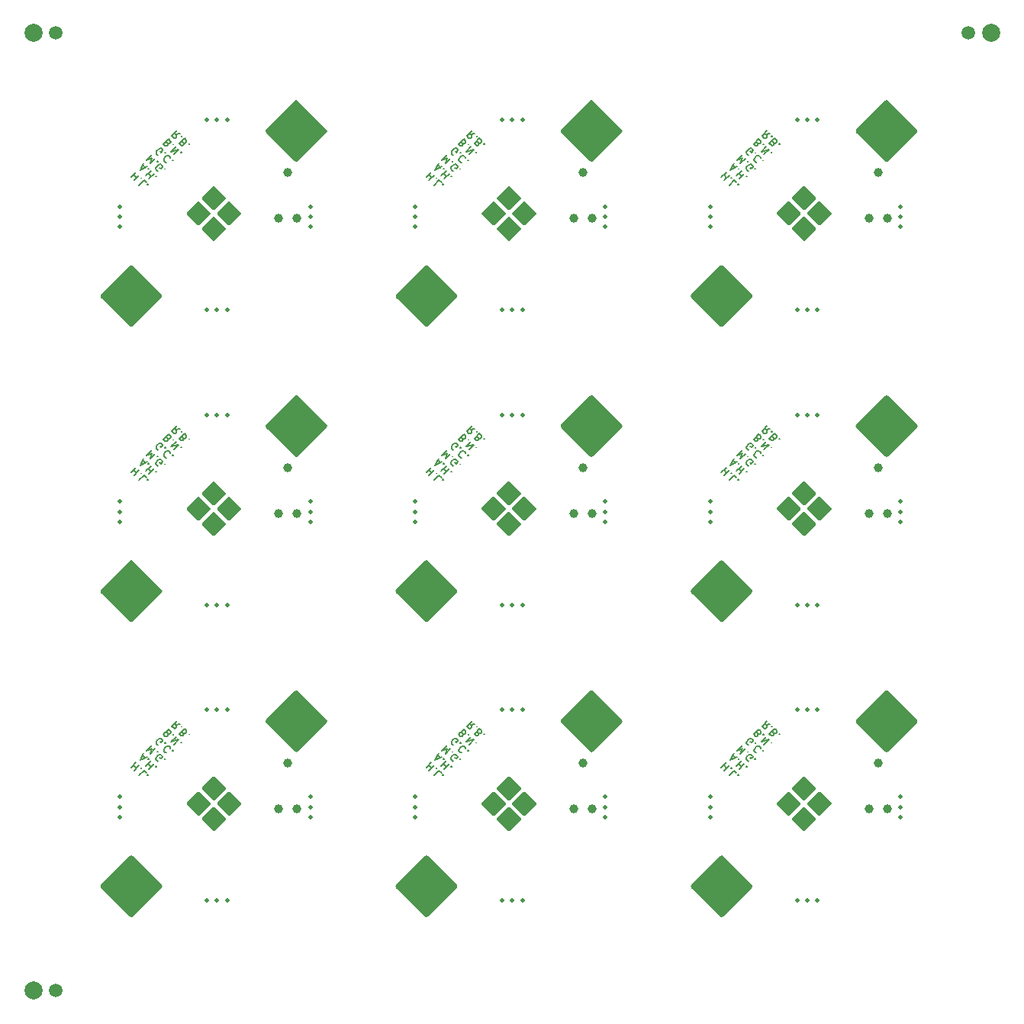
<source format=gbr>
G04 #@! TF.GenerationSoftware,KiCad,Pcbnew,9.0.0-rc2-3baa6cd791~182~ubuntu24.04.1*
G04 #@! TF.CreationDate,2025-02-06T23:06:31-05:00*
G04 #@! TF.ProjectId,PCA20073_Tiny_Board_Panel,50434132-3030-4373-935f-54696e795f42,rev?*
G04 #@! TF.SameCoordinates,PX5630ad8PY1312d00*
G04 #@! TF.FileFunction,Soldermask,Bot*
G04 #@! TF.FilePolarity,Negative*
%FSLAX46Y46*%
G04 Gerber Fmt 4.6, Leading zero omitted, Abs format (unit mm)*
G04 Created by KiCad (PCBNEW 9.0.0-rc2-3baa6cd791~182~ubuntu24.04.1) date 2025-02-06 23:06:31*
%MOMM*%
%LPD*%
G01*
G04 APERTURE LIST*
%ADD10C,0.200000*%
%ADD11C,0.500000*%
%ADD12C,0.990600*%
%ADD13C,1.500000*%
%ADD14C,2.000000*%
G04 APERTURE END LIST*
D10*
X49147397Y-85941087D02*
X48581712Y-86506772D01*
X48851086Y-86237398D02*
X49174335Y-86560647D01*
X49470646Y-86264335D02*
X48904961Y-86830021D01*
X49686145Y-86587584D02*
X49740020Y-86587584D01*
X49740020Y-86587584D02*
X49740020Y-86533709D01*
X49740020Y-86533709D02*
X49686145Y-86533709D01*
X49686145Y-86533709D02*
X49686145Y-86587584D01*
X49686145Y-86587584D02*
X49740020Y-86533709D01*
X50278768Y-87072457D02*
X50009394Y-86803083D01*
X50009394Y-86803083D02*
X49443708Y-87368768D01*
X50413455Y-87314894D02*
X50467330Y-87314894D01*
X50467330Y-87314894D02*
X50467330Y-87261019D01*
X50467330Y-87261019D02*
X50413455Y-87261019D01*
X50413455Y-87261019D02*
X50413455Y-87314894D01*
X50413455Y-87314894D02*
X50467330Y-87261019D01*
X49856089Y-85151583D02*
X50125463Y-85420957D01*
X49963839Y-84936084D02*
X49586715Y-85690331D01*
X49586715Y-85690331D02*
X50340963Y-85313208D01*
X50475649Y-85555644D02*
X50529524Y-85555644D01*
X50529524Y-85555644D02*
X50529524Y-85501769D01*
X50529524Y-85501769D02*
X50475649Y-85501769D01*
X50475649Y-85501769D02*
X50475649Y-85555644D01*
X50475649Y-85555644D02*
X50529524Y-85501769D01*
X50798898Y-85771143D02*
X50233213Y-86336829D01*
X50502587Y-86067455D02*
X50825835Y-86390703D01*
X51122147Y-86094392D02*
X50556461Y-86660077D01*
X51337646Y-86417641D02*
X51391521Y-86417641D01*
X51391521Y-86417641D02*
X51391521Y-86363766D01*
X51391521Y-86363766D02*
X51337646Y-86363766D01*
X51337646Y-86363766D02*
X51337646Y-86417641D01*
X51337646Y-86417641D02*
X51391521Y-86363766D01*
X50888029Y-84038830D02*
X50322344Y-84604516D01*
X50322344Y-84604516D02*
X50914966Y-84389016D01*
X50914966Y-84389016D02*
X50699467Y-84981639D01*
X50699467Y-84981639D02*
X51265153Y-84415954D01*
X51480652Y-84739203D02*
X51534527Y-84739203D01*
X51534527Y-84739203D02*
X51534527Y-84685328D01*
X51534527Y-84685328D02*
X51480652Y-84685328D01*
X51480652Y-84685328D02*
X51480652Y-84739203D01*
X51480652Y-84739203D02*
X51534527Y-84685328D01*
X51561464Y-85789761D02*
X51480652Y-85762824D01*
X51480652Y-85762824D02*
X51399840Y-85682012D01*
X51399840Y-85682012D02*
X51345965Y-85574262D01*
X51345965Y-85574262D02*
X51345965Y-85466512D01*
X51345965Y-85466512D02*
X51372902Y-85385700D01*
X51372902Y-85385700D02*
X51453714Y-85251013D01*
X51453714Y-85251013D02*
X51534527Y-85170201D01*
X51534527Y-85170201D02*
X51669214Y-85089389D01*
X51669214Y-85089389D02*
X51750026Y-85062451D01*
X51750026Y-85062451D02*
X51857775Y-85062451D01*
X51857775Y-85062451D02*
X51965525Y-85116326D01*
X51965525Y-85116326D02*
X52019400Y-85170201D01*
X52019400Y-85170201D02*
X52073275Y-85277951D01*
X52073275Y-85277951D02*
X52073275Y-85331825D01*
X52073275Y-85331825D02*
X51884713Y-85520387D01*
X51884713Y-85520387D02*
X51776963Y-85412638D01*
X52315711Y-85574262D02*
X52369586Y-85574262D01*
X52369586Y-85574262D02*
X52369586Y-85520387D01*
X52369586Y-85520387D02*
X52315711Y-85520387D01*
X52315711Y-85520387D02*
X52315711Y-85574262D01*
X52315711Y-85574262D02*
X52369586Y-85520387D01*
X51596721Y-84003574D02*
X51515908Y-83976636D01*
X51515908Y-83976636D02*
X51435096Y-83895824D01*
X51435096Y-83895824D02*
X51381221Y-83788075D01*
X51381221Y-83788075D02*
X51381221Y-83680325D01*
X51381221Y-83680325D02*
X51408159Y-83599513D01*
X51408159Y-83599513D02*
X51488971Y-83464826D01*
X51488971Y-83464826D02*
X51569783Y-83384014D01*
X51569783Y-83384014D02*
X51704470Y-83303201D01*
X51704470Y-83303201D02*
X51785282Y-83276264D01*
X51785282Y-83276264D02*
X51893032Y-83276264D01*
X51893032Y-83276264D02*
X52000782Y-83330139D01*
X52000782Y-83330139D02*
X52054656Y-83384014D01*
X52054656Y-83384014D02*
X52108531Y-83491763D01*
X52108531Y-83491763D02*
X52108531Y-83545638D01*
X52108531Y-83545638D02*
X51919969Y-83734200D01*
X51919969Y-83734200D02*
X51812220Y-83626450D01*
X52350968Y-83788075D02*
X52404843Y-83788075D01*
X52404843Y-83788075D02*
X52404843Y-83734200D01*
X52404843Y-83734200D02*
X52350968Y-83734200D01*
X52350968Y-83734200D02*
X52350968Y-83788075D01*
X52350968Y-83788075D02*
X52404843Y-83734200D01*
X52943590Y-84380697D02*
X52943590Y-84326822D01*
X52943590Y-84326822D02*
X52889716Y-84219073D01*
X52889716Y-84219073D02*
X52835841Y-84165198D01*
X52835841Y-84165198D02*
X52728091Y-84111323D01*
X52728091Y-84111323D02*
X52620342Y-84111323D01*
X52620342Y-84111323D02*
X52539529Y-84138261D01*
X52539529Y-84138261D02*
X52404842Y-84219073D01*
X52404842Y-84219073D02*
X52324030Y-84299885D01*
X52324030Y-84299885D02*
X52243218Y-84434572D01*
X52243218Y-84434572D02*
X52216281Y-84515384D01*
X52216281Y-84515384D02*
X52216281Y-84623134D01*
X52216281Y-84623134D02*
X52270155Y-84730883D01*
X52270155Y-84730883D02*
X52324030Y-84784758D01*
X52324030Y-84784758D02*
X52431780Y-84838633D01*
X52431780Y-84838633D02*
X52485655Y-84838633D01*
X53186027Y-84623134D02*
X53239902Y-84623134D01*
X53239902Y-84623134D02*
X53239902Y-84569259D01*
X53239902Y-84569259D02*
X53186027Y-84569259D01*
X53186027Y-84569259D02*
X53186027Y-84623134D01*
X53186027Y-84623134D02*
X53239902Y-84569259D01*
X52628661Y-82729197D02*
X52736411Y-82783072D01*
X52736411Y-82783072D02*
X52790286Y-82783072D01*
X52790286Y-82783072D02*
X52871098Y-82756135D01*
X52871098Y-82756135D02*
X52951910Y-82675323D01*
X52951910Y-82675323D02*
X52978848Y-82594510D01*
X52978848Y-82594510D02*
X52978848Y-82540636D01*
X52978848Y-82540636D02*
X52951910Y-82459823D01*
X52951910Y-82459823D02*
X52736411Y-82244324D01*
X52736411Y-82244324D02*
X52170726Y-82810010D01*
X52170726Y-82810010D02*
X52359287Y-82998571D01*
X52359287Y-82998571D02*
X52440100Y-83025509D01*
X52440100Y-83025509D02*
X52493974Y-83025509D01*
X52493974Y-83025509D02*
X52574787Y-82998571D01*
X52574787Y-82998571D02*
X52628661Y-82944697D01*
X52628661Y-82944697D02*
X52655599Y-82863884D01*
X52655599Y-82863884D02*
X52655599Y-82810010D01*
X52655599Y-82810010D02*
X52628661Y-82729197D01*
X52628661Y-82729197D02*
X52440100Y-82540636D01*
X53248222Y-82863884D02*
X53302096Y-82863884D01*
X53302096Y-82863884D02*
X53302096Y-82810010D01*
X53302096Y-82810010D02*
X53248222Y-82810010D01*
X53248222Y-82810010D02*
X53248222Y-82863884D01*
X53248222Y-82863884D02*
X53302096Y-82810010D01*
X53571470Y-83079383D02*
X53005785Y-83645069D01*
X53005785Y-83645069D02*
X53894719Y-83402632D01*
X53894719Y-83402632D02*
X53329034Y-83968318D01*
X54110218Y-83725881D02*
X54164093Y-83725881D01*
X54164093Y-83725881D02*
X54164093Y-83672006D01*
X54164093Y-83672006D02*
X54110218Y-83672006D01*
X54110218Y-83672006D02*
X54110218Y-83725881D01*
X54110218Y-83725881D02*
X54164093Y-83672006D01*
X53983850Y-81670319D02*
X53525914Y-81751131D01*
X53660601Y-81347070D02*
X53094916Y-81912756D01*
X53094916Y-81912756D02*
X53310415Y-82128255D01*
X53310415Y-82128255D02*
X53391227Y-82155192D01*
X53391227Y-82155192D02*
X53445102Y-82155192D01*
X53445102Y-82155192D02*
X53525914Y-82128255D01*
X53525914Y-82128255D02*
X53606726Y-82047443D01*
X53606726Y-82047443D02*
X53633664Y-81966631D01*
X53633664Y-81966631D02*
X53633664Y-81912756D01*
X53633664Y-81912756D02*
X53606726Y-81831944D01*
X53606726Y-81831944D02*
X53391227Y-81616444D01*
X54172412Y-81966631D02*
X54226287Y-81966631D01*
X54226287Y-81966631D02*
X54226287Y-81912756D01*
X54226287Y-81912756D02*
X54172412Y-81912756D01*
X54172412Y-81912756D02*
X54172412Y-81966631D01*
X54172412Y-81966631D02*
X54226287Y-81912756D01*
X54387911Y-82667003D02*
X54495660Y-82720878D01*
X54495660Y-82720878D02*
X54549535Y-82720878D01*
X54549535Y-82720878D02*
X54630347Y-82693940D01*
X54630347Y-82693940D02*
X54711160Y-82613128D01*
X54711160Y-82613128D02*
X54738097Y-82532316D01*
X54738097Y-82532316D02*
X54738097Y-82478441D01*
X54738097Y-82478441D02*
X54711160Y-82397629D01*
X54711160Y-82397629D02*
X54495660Y-82182130D01*
X54495660Y-82182130D02*
X53929975Y-82747815D01*
X53929975Y-82747815D02*
X54118537Y-82936377D01*
X54118537Y-82936377D02*
X54199349Y-82963314D01*
X54199349Y-82963314D02*
X54253224Y-82963314D01*
X54253224Y-82963314D02*
X54334036Y-82936377D01*
X54334036Y-82936377D02*
X54387911Y-82882502D01*
X54387911Y-82882502D02*
X54414848Y-82801690D01*
X54414848Y-82801690D02*
X54414848Y-82747815D01*
X54414848Y-82747815D02*
X54387911Y-82667003D01*
X54387911Y-82667003D02*
X54199349Y-82478441D01*
X55007471Y-82801690D02*
X55061346Y-82801690D01*
X55061346Y-82801690D02*
X55061346Y-82747815D01*
X55061346Y-82747815D02*
X55007471Y-82747815D01*
X55007471Y-82747815D02*
X55007471Y-82801690D01*
X55007471Y-82801690D02*
X55061346Y-82747815D01*
X16398676Y-53192350D02*
X15832991Y-53758035D01*
X16102365Y-53488661D02*
X16425614Y-53811910D01*
X16721925Y-53515598D02*
X16156240Y-54081284D01*
X16937424Y-53838847D02*
X16991299Y-53838847D01*
X16991299Y-53838847D02*
X16991299Y-53784972D01*
X16991299Y-53784972D02*
X16937424Y-53784972D01*
X16937424Y-53784972D02*
X16937424Y-53838847D01*
X16937424Y-53838847D02*
X16991299Y-53784972D01*
X17530047Y-54323720D02*
X17260673Y-54054346D01*
X17260673Y-54054346D02*
X16694987Y-54620031D01*
X17664734Y-54566157D02*
X17718609Y-54566157D01*
X17718609Y-54566157D02*
X17718609Y-54512282D01*
X17718609Y-54512282D02*
X17664734Y-54512282D01*
X17664734Y-54512282D02*
X17664734Y-54566157D01*
X17664734Y-54566157D02*
X17718609Y-54512282D01*
X17107368Y-52402846D02*
X17376742Y-52672220D01*
X17215118Y-52187347D02*
X16837994Y-52941594D01*
X16837994Y-52941594D02*
X17592242Y-52564471D01*
X17726928Y-52806907D02*
X17780803Y-52806907D01*
X17780803Y-52806907D02*
X17780803Y-52753032D01*
X17780803Y-52753032D02*
X17726928Y-52753032D01*
X17726928Y-52753032D02*
X17726928Y-52806907D01*
X17726928Y-52806907D02*
X17780803Y-52753032D01*
X18050177Y-53022406D02*
X17484492Y-53588092D01*
X17753866Y-53318718D02*
X18077114Y-53641966D01*
X18373426Y-53345655D02*
X17807740Y-53911340D01*
X18588925Y-53668904D02*
X18642800Y-53668904D01*
X18642800Y-53668904D02*
X18642800Y-53615029D01*
X18642800Y-53615029D02*
X18588925Y-53615029D01*
X18588925Y-53615029D02*
X18588925Y-53668904D01*
X18588925Y-53668904D02*
X18642800Y-53615029D01*
X18139308Y-51290093D02*
X17573623Y-51855779D01*
X17573623Y-51855779D02*
X18166245Y-51640279D01*
X18166245Y-51640279D02*
X17950746Y-52232902D01*
X17950746Y-52232902D02*
X18516432Y-51667217D01*
X18731931Y-51990466D02*
X18785806Y-51990466D01*
X18785806Y-51990466D02*
X18785806Y-51936591D01*
X18785806Y-51936591D02*
X18731931Y-51936591D01*
X18731931Y-51936591D02*
X18731931Y-51990466D01*
X18731931Y-51990466D02*
X18785806Y-51936591D01*
X18812743Y-53041024D02*
X18731931Y-53014087D01*
X18731931Y-53014087D02*
X18651119Y-52933275D01*
X18651119Y-52933275D02*
X18597244Y-52825525D01*
X18597244Y-52825525D02*
X18597244Y-52717775D01*
X18597244Y-52717775D02*
X18624181Y-52636963D01*
X18624181Y-52636963D02*
X18704993Y-52502276D01*
X18704993Y-52502276D02*
X18785806Y-52421464D01*
X18785806Y-52421464D02*
X18920493Y-52340652D01*
X18920493Y-52340652D02*
X19001305Y-52313714D01*
X19001305Y-52313714D02*
X19109054Y-52313714D01*
X19109054Y-52313714D02*
X19216804Y-52367589D01*
X19216804Y-52367589D02*
X19270679Y-52421464D01*
X19270679Y-52421464D02*
X19324554Y-52529214D01*
X19324554Y-52529214D02*
X19324554Y-52583088D01*
X19324554Y-52583088D02*
X19135992Y-52771650D01*
X19135992Y-52771650D02*
X19028242Y-52663901D01*
X19566990Y-52825525D02*
X19620865Y-52825525D01*
X19620865Y-52825525D02*
X19620865Y-52771650D01*
X19620865Y-52771650D02*
X19566990Y-52771650D01*
X19566990Y-52771650D02*
X19566990Y-52825525D01*
X19566990Y-52825525D02*
X19620865Y-52771650D01*
X18848000Y-51254837D02*
X18767187Y-51227899D01*
X18767187Y-51227899D02*
X18686375Y-51147087D01*
X18686375Y-51147087D02*
X18632500Y-51039338D01*
X18632500Y-51039338D02*
X18632500Y-50931588D01*
X18632500Y-50931588D02*
X18659438Y-50850776D01*
X18659438Y-50850776D02*
X18740250Y-50716089D01*
X18740250Y-50716089D02*
X18821062Y-50635277D01*
X18821062Y-50635277D02*
X18955749Y-50554464D01*
X18955749Y-50554464D02*
X19036561Y-50527527D01*
X19036561Y-50527527D02*
X19144311Y-50527527D01*
X19144311Y-50527527D02*
X19252061Y-50581402D01*
X19252061Y-50581402D02*
X19305935Y-50635277D01*
X19305935Y-50635277D02*
X19359810Y-50743026D01*
X19359810Y-50743026D02*
X19359810Y-50796901D01*
X19359810Y-50796901D02*
X19171248Y-50985463D01*
X19171248Y-50985463D02*
X19063499Y-50877713D01*
X19602247Y-51039338D02*
X19656122Y-51039338D01*
X19656122Y-51039338D02*
X19656122Y-50985463D01*
X19656122Y-50985463D02*
X19602247Y-50985463D01*
X19602247Y-50985463D02*
X19602247Y-51039338D01*
X19602247Y-51039338D02*
X19656122Y-50985463D01*
X20194869Y-51631960D02*
X20194869Y-51578085D01*
X20194869Y-51578085D02*
X20140995Y-51470336D01*
X20140995Y-51470336D02*
X20087120Y-51416461D01*
X20087120Y-51416461D02*
X19979370Y-51362586D01*
X19979370Y-51362586D02*
X19871621Y-51362586D01*
X19871621Y-51362586D02*
X19790808Y-51389524D01*
X19790808Y-51389524D02*
X19656121Y-51470336D01*
X19656121Y-51470336D02*
X19575309Y-51551148D01*
X19575309Y-51551148D02*
X19494497Y-51685835D01*
X19494497Y-51685835D02*
X19467560Y-51766647D01*
X19467560Y-51766647D02*
X19467560Y-51874397D01*
X19467560Y-51874397D02*
X19521434Y-51982146D01*
X19521434Y-51982146D02*
X19575309Y-52036021D01*
X19575309Y-52036021D02*
X19683059Y-52089896D01*
X19683059Y-52089896D02*
X19736934Y-52089896D01*
X20437306Y-51874397D02*
X20491181Y-51874397D01*
X20491181Y-51874397D02*
X20491181Y-51820522D01*
X20491181Y-51820522D02*
X20437306Y-51820522D01*
X20437306Y-51820522D02*
X20437306Y-51874397D01*
X20437306Y-51874397D02*
X20491181Y-51820522D01*
X19879940Y-49980460D02*
X19987690Y-50034335D01*
X19987690Y-50034335D02*
X20041565Y-50034335D01*
X20041565Y-50034335D02*
X20122377Y-50007398D01*
X20122377Y-50007398D02*
X20203189Y-49926586D01*
X20203189Y-49926586D02*
X20230127Y-49845773D01*
X20230127Y-49845773D02*
X20230127Y-49791899D01*
X20230127Y-49791899D02*
X20203189Y-49711086D01*
X20203189Y-49711086D02*
X19987690Y-49495587D01*
X19987690Y-49495587D02*
X19422005Y-50061273D01*
X19422005Y-50061273D02*
X19610566Y-50249834D01*
X19610566Y-50249834D02*
X19691379Y-50276772D01*
X19691379Y-50276772D02*
X19745253Y-50276772D01*
X19745253Y-50276772D02*
X19826066Y-50249834D01*
X19826066Y-50249834D02*
X19879940Y-50195960D01*
X19879940Y-50195960D02*
X19906878Y-50115147D01*
X19906878Y-50115147D02*
X19906878Y-50061273D01*
X19906878Y-50061273D02*
X19879940Y-49980460D01*
X19879940Y-49980460D02*
X19691379Y-49791899D01*
X20499501Y-50115147D02*
X20553375Y-50115147D01*
X20553375Y-50115147D02*
X20553375Y-50061273D01*
X20553375Y-50061273D02*
X20499501Y-50061273D01*
X20499501Y-50061273D02*
X20499501Y-50115147D01*
X20499501Y-50115147D02*
X20553375Y-50061273D01*
X20822749Y-50330646D02*
X20257064Y-50896332D01*
X20257064Y-50896332D02*
X21145998Y-50653895D01*
X21145998Y-50653895D02*
X20580313Y-51219581D01*
X21361497Y-50977144D02*
X21415372Y-50977144D01*
X21415372Y-50977144D02*
X21415372Y-50923269D01*
X21415372Y-50923269D02*
X21361497Y-50923269D01*
X21361497Y-50923269D02*
X21361497Y-50977144D01*
X21361497Y-50977144D02*
X21415372Y-50923269D01*
X21235129Y-48921582D02*
X20777193Y-49002394D01*
X20911880Y-48598333D02*
X20346195Y-49164019D01*
X20346195Y-49164019D02*
X20561694Y-49379518D01*
X20561694Y-49379518D02*
X20642506Y-49406455D01*
X20642506Y-49406455D02*
X20696381Y-49406455D01*
X20696381Y-49406455D02*
X20777193Y-49379518D01*
X20777193Y-49379518D02*
X20858005Y-49298706D01*
X20858005Y-49298706D02*
X20884943Y-49217894D01*
X20884943Y-49217894D02*
X20884943Y-49164019D01*
X20884943Y-49164019D02*
X20858005Y-49083207D01*
X20858005Y-49083207D02*
X20642506Y-48867707D01*
X21423691Y-49217894D02*
X21477566Y-49217894D01*
X21477566Y-49217894D02*
X21477566Y-49164019D01*
X21477566Y-49164019D02*
X21423691Y-49164019D01*
X21423691Y-49164019D02*
X21423691Y-49217894D01*
X21423691Y-49217894D02*
X21477566Y-49164019D01*
X21639190Y-49918266D02*
X21746939Y-49972141D01*
X21746939Y-49972141D02*
X21800814Y-49972141D01*
X21800814Y-49972141D02*
X21881626Y-49945203D01*
X21881626Y-49945203D02*
X21962439Y-49864391D01*
X21962439Y-49864391D02*
X21989376Y-49783579D01*
X21989376Y-49783579D02*
X21989376Y-49729704D01*
X21989376Y-49729704D02*
X21962439Y-49648892D01*
X21962439Y-49648892D02*
X21746939Y-49433393D01*
X21746939Y-49433393D02*
X21181254Y-49999078D01*
X21181254Y-49999078D02*
X21369816Y-50187640D01*
X21369816Y-50187640D02*
X21450628Y-50214577D01*
X21450628Y-50214577D02*
X21504503Y-50214577D01*
X21504503Y-50214577D02*
X21585315Y-50187640D01*
X21585315Y-50187640D02*
X21639190Y-50133765D01*
X21639190Y-50133765D02*
X21666127Y-50052953D01*
X21666127Y-50052953D02*
X21666127Y-49999078D01*
X21666127Y-49999078D02*
X21639190Y-49918266D01*
X21639190Y-49918266D02*
X21450628Y-49729704D01*
X22258750Y-50052953D02*
X22312625Y-50052953D01*
X22312625Y-50052953D02*
X22312625Y-49999078D01*
X22312625Y-49999078D02*
X22258750Y-49999078D01*
X22258750Y-49999078D02*
X22258750Y-50052953D01*
X22258750Y-50052953D02*
X22312625Y-49999078D01*
X81896118Y-85941087D02*
X81330433Y-86506772D01*
X81599807Y-86237398D02*
X81923056Y-86560647D01*
X82219367Y-86264335D02*
X81653682Y-86830021D01*
X82434866Y-86587584D02*
X82488741Y-86587584D01*
X82488741Y-86587584D02*
X82488741Y-86533709D01*
X82488741Y-86533709D02*
X82434866Y-86533709D01*
X82434866Y-86533709D02*
X82434866Y-86587584D01*
X82434866Y-86587584D02*
X82488741Y-86533709D01*
X83027489Y-87072457D02*
X82758115Y-86803083D01*
X82758115Y-86803083D02*
X82192429Y-87368768D01*
X83162176Y-87314894D02*
X83216051Y-87314894D01*
X83216051Y-87314894D02*
X83216051Y-87261019D01*
X83216051Y-87261019D02*
X83162176Y-87261019D01*
X83162176Y-87261019D02*
X83162176Y-87314894D01*
X83162176Y-87314894D02*
X83216051Y-87261019D01*
X82604810Y-85151583D02*
X82874184Y-85420957D01*
X82712560Y-84936084D02*
X82335436Y-85690331D01*
X82335436Y-85690331D02*
X83089684Y-85313208D01*
X83224370Y-85555644D02*
X83278245Y-85555644D01*
X83278245Y-85555644D02*
X83278245Y-85501769D01*
X83278245Y-85501769D02*
X83224370Y-85501769D01*
X83224370Y-85501769D02*
X83224370Y-85555644D01*
X83224370Y-85555644D02*
X83278245Y-85501769D01*
X83547619Y-85771143D02*
X82981934Y-86336829D01*
X83251308Y-86067455D02*
X83574556Y-86390703D01*
X83870868Y-86094392D02*
X83305182Y-86660077D01*
X84086367Y-86417641D02*
X84140242Y-86417641D01*
X84140242Y-86417641D02*
X84140242Y-86363766D01*
X84140242Y-86363766D02*
X84086367Y-86363766D01*
X84086367Y-86363766D02*
X84086367Y-86417641D01*
X84086367Y-86417641D02*
X84140242Y-86363766D01*
X83636750Y-84038830D02*
X83071065Y-84604516D01*
X83071065Y-84604516D02*
X83663687Y-84389016D01*
X83663687Y-84389016D02*
X83448188Y-84981639D01*
X83448188Y-84981639D02*
X84013874Y-84415954D01*
X84229373Y-84739203D02*
X84283248Y-84739203D01*
X84283248Y-84739203D02*
X84283248Y-84685328D01*
X84283248Y-84685328D02*
X84229373Y-84685328D01*
X84229373Y-84685328D02*
X84229373Y-84739203D01*
X84229373Y-84739203D02*
X84283248Y-84685328D01*
X84310185Y-85789761D02*
X84229373Y-85762824D01*
X84229373Y-85762824D02*
X84148561Y-85682012D01*
X84148561Y-85682012D02*
X84094686Y-85574262D01*
X84094686Y-85574262D02*
X84094686Y-85466512D01*
X84094686Y-85466512D02*
X84121623Y-85385700D01*
X84121623Y-85385700D02*
X84202435Y-85251013D01*
X84202435Y-85251013D02*
X84283248Y-85170201D01*
X84283248Y-85170201D02*
X84417935Y-85089389D01*
X84417935Y-85089389D02*
X84498747Y-85062451D01*
X84498747Y-85062451D02*
X84606496Y-85062451D01*
X84606496Y-85062451D02*
X84714246Y-85116326D01*
X84714246Y-85116326D02*
X84768121Y-85170201D01*
X84768121Y-85170201D02*
X84821996Y-85277951D01*
X84821996Y-85277951D02*
X84821996Y-85331825D01*
X84821996Y-85331825D02*
X84633434Y-85520387D01*
X84633434Y-85520387D02*
X84525684Y-85412638D01*
X85064432Y-85574262D02*
X85118307Y-85574262D01*
X85118307Y-85574262D02*
X85118307Y-85520387D01*
X85118307Y-85520387D02*
X85064432Y-85520387D01*
X85064432Y-85520387D02*
X85064432Y-85574262D01*
X85064432Y-85574262D02*
X85118307Y-85520387D01*
X84345442Y-84003574D02*
X84264629Y-83976636D01*
X84264629Y-83976636D02*
X84183817Y-83895824D01*
X84183817Y-83895824D02*
X84129942Y-83788075D01*
X84129942Y-83788075D02*
X84129942Y-83680325D01*
X84129942Y-83680325D02*
X84156880Y-83599513D01*
X84156880Y-83599513D02*
X84237692Y-83464826D01*
X84237692Y-83464826D02*
X84318504Y-83384014D01*
X84318504Y-83384014D02*
X84453191Y-83303201D01*
X84453191Y-83303201D02*
X84534003Y-83276264D01*
X84534003Y-83276264D02*
X84641753Y-83276264D01*
X84641753Y-83276264D02*
X84749503Y-83330139D01*
X84749503Y-83330139D02*
X84803377Y-83384014D01*
X84803377Y-83384014D02*
X84857252Y-83491763D01*
X84857252Y-83491763D02*
X84857252Y-83545638D01*
X84857252Y-83545638D02*
X84668690Y-83734200D01*
X84668690Y-83734200D02*
X84560941Y-83626450D01*
X85099689Y-83788075D02*
X85153564Y-83788075D01*
X85153564Y-83788075D02*
X85153564Y-83734200D01*
X85153564Y-83734200D02*
X85099689Y-83734200D01*
X85099689Y-83734200D02*
X85099689Y-83788075D01*
X85099689Y-83788075D02*
X85153564Y-83734200D01*
X85692311Y-84380697D02*
X85692311Y-84326822D01*
X85692311Y-84326822D02*
X85638437Y-84219073D01*
X85638437Y-84219073D02*
X85584562Y-84165198D01*
X85584562Y-84165198D02*
X85476812Y-84111323D01*
X85476812Y-84111323D02*
X85369063Y-84111323D01*
X85369063Y-84111323D02*
X85288250Y-84138261D01*
X85288250Y-84138261D02*
X85153563Y-84219073D01*
X85153563Y-84219073D02*
X85072751Y-84299885D01*
X85072751Y-84299885D02*
X84991939Y-84434572D01*
X84991939Y-84434572D02*
X84965002Y-84515384D01*
X84965002Y-84515384D02*
X84965002Y-84623134D01*
X84965002Y-84623134D02*
X85018876Y-84730883D01*
X85018876Y-84730883D02*
X85072751Y-84784758D01*
X85072751Y-84784758D02*
X85180501Y-84838633D01*
X85180501Y-84838633D02*
X85234376Y-84838633D01*
X85934748Y-84623134D02*
X85988623Y-84623134D01*
X85988623Y-84623134D02*
X85988623Y-84569259D01*
X85988623Y-84569259D02*
X85934748Y-84569259D01*
X85934748Y-84569259D02*
X85934748Y-84623134D01*
X85934748Y-84623134D02*
X85988623Y-84569259D01*
X85377382Y-82729197D02*
X85485132Y-82783072D01*
X85485132Y-82783072D02*
X85539007Y-82783072D01*
X85539007Y-82783072D02*
X85619819Y-82756135D01*
X85619819Y-82756135D02*
X85700631Y-82675323D01*
X85700631Y-82675323D02*
X85727569Y-82594510D01*
X85727569Y-82594510D02*
X85727569Y-82540636D01*
X85727569Y-82540636D02*
X85700631Y-82459823D01*
X85700631Y-82459823D02*
X85485132Y-82244324D01*
X85485132Y-82244324D02*
X84919447Y-82810010D01*
X84919447Y-82810010D02*
X85108008Y-82998571D01*
X85108008Y-82998571D02*
X85188821Y-83025509D01*
X85188821Y-83025509D02*
X85242695Y-83025509D01*
X85242695Y-83025509D02*
X85323508Y-82998571D01*
X85323508Y-82998571D02*
X85377382Y-82944697D01*
X85377382Y-82944697D02*
X85404320Y-82863884D01*
X85404320Y-82863884D02*
X85404320Y-82810010D01*
X85404320Y-82810010D02*
X85377382Y-82729197D01*
X85377382Y-82729197D02*
X85188821Y-82540636D01*
X85996943Y-82863884D02*
X86050817Y-82863884D01*
X86050817Y-82863884D02*
X86050817Y-82810010D01*
X86050817Y-82810010D02*
X85996943Y-82810010D01*
X85996943Y-82810010D02*
X85996943Y-82863884D01*
X85996943Y-82863884D02*
X86050817Y-82810010D01*
X86320191Y-83079383D02*
X85754506Y-83645069D01*
X85754506Y-83645069D02*
X86643440Y-83402632D01*
X86643440Y-83402632D02*
X86077755Y-83968318D01*
X86858939Y-83725881D02*
X86912814Y-83725881D01*
X86912814Y-83725881D02*
X86912814Y-83672006D01*
X86912814Y-83672006D02*
X86858939Y-83672006D01*
X86858939Y-83672006D02*
X86858939Y-83725881D01*
X86858939Y-83725881D02*
X86912814Y-83672006D01*
X86732571Y-81670319D02*
X86274635Y-81751131D01*
X86409322Y-81347070D02*
X85843637Y-81912756D01*
X85843637Y-81912756D02*
X86059136Y-82128255D01*
X86059136Y-82128255D02*
X86139948Y-82155192D01*
X86139948Y-82155192D02*
X86193823Y-82155192D01*
X86193823Y-82155192D02*
X86274635Y-82128255D01*
X86274635Y-82128255D02*
X86355447Y-82047443D01*
X86355447Y-82047443D02*
X86382385Y-81966631D01*
X86382385Y-81966631D02*
X86382385Y-81912756D01*
X86382385Y-81912756D02*
X86355447Y-81831944D01*
X86355447Y-81831944D02*
X86139948Y-81616444D01*
X86921133Y-81966631D02*
X86975008Y-81966631D01*
X86975008Y-81966631D02*
X86975008Y-81912756D01*
X86975008Y-81912756D02*
X86921133Y-81912756D01*
X86921133Y-81912756D02*
X86921133Y-81966631D01*
X86921133Y-81966631D02*
X86975008Y-81912756D01*
X87136632Y-82667003D02*
X87244381Y-82720878D01*
X87244381Y-82720878D02*
X87298256Y-82720878D01*
X87298256Y-82720878D02*
X87379068Y-82693940D01*
X87379068Y-82693940D02*
X87459881Y-82613128D01*
X87459881Y-82613128D02*
X87486818Y-82532316D01*
X87486818Y-82532316D02*
X87486818Y-82478441D01*
X87486818Y-82478441D02*
X87459881Y-82397629D01*
X87459881Y-82397629D02*
X87244381Y-82182130D01*
X87244381Y-82182130D02*
X86678696Y-82747815D01*
X86678696Y-82747815D02*
X86867258Y-82936377D01*
X86867258Y-82936377D02*
X86948070Y-82963314D01*
X86948070Y-82963314D02*
X87001945Y-82963314D01*
X87001945Y-82963314D02*
X87082757Y-82936377D01*
X87082757Y-82936377D02*
X87136632Y-82882502D01*
X87136632Y-82882502D02*
X87163569Y-82801690D01*
X87163569Y-82801690D02*
X87163569Y-82747815D01*
X87163569Y-82747815D02*
X87136632Y-82667003D01*
X87136632Y-82667003D02*
X86948070Y-82478441D01*
X87756192Y-82801690D02*
X87810067Y-82801690D01*
X87810067Y-82801690D02*
X87810067Y-82747815D01*
X87810067Y-82747815D02*
X87756192Y-82747815D01*
X87756192Y-82747815D02*
X87756192Y-82801690D01*
X87756192Y-82801690D02*
X87810067Y-82747815D01*
X81896118Y-20443613D02*
X81330433Y-21009298D01*
X81599807Y-20739924D02*
X81923056Y-21063173D01*
X82219367Y-20766861D02*
X81653682Y-21332547D01*
X82434866Y-21090110D02*
X82488741Y-21090110D01*
X82488741Y-21090110D02*
X82488741Y-21036235D01*
X82488741Y-21036235D02*
X82434866Y-21036235D01*
X82434866Y-21036235D02*
X82434866Y-21090110D01*
X82434866Y-21090110D02*
X82488741Y-21036235D01*
X83027489Y-21574983D02*
X82758115Y-21305609D01*
X82758115Y-21305609D02*
X82192429Y-21871294D01*
X83162176Y-21817420D02*
X83216051Y-21817420D01*
X83216051Y-21817420D02*
X83216051Y-21763545D01*
X83216051Y-21763545D02*
X83162176Y-21763545D01*
X83162176Y-21763545D02*
X83162176Y-21817420D01*
X83162176Y-21817420D02*
X83216051Y-21763545D01*
X82604810Y-19654109D02*
X82874184Y-19923483D01*
X82712560Y-19438610D02*
X82335436Y-20192857D01*
X82335436Y-20192857D02*
X83089684Y-19815734D01*
X83224370Y-20058170D02*
X83278245Y-20058170D01*
X83278245Y-20058170D02*
X83278245Y-20004295D01*
X83278245Y-20004295D02*
X83224370Y-20004295D01*
X83224370Y-20004295D02*
X83224370Y-20058170D01*
X83224370Y-20058170D02*
X83278245Y-20004295D01*
X83547619Y-20273669D02*
X82981934Y-20839355D01*
X83251308Y-20569981D02*
X83574556Y-20893229D01*
X83870868Y-20596918D02*
X83305182Y-21162603D01*
X84086367Y-20920167D02*
X84140242Y-20920167D01*
X84140242Y-20920167D02*
X84140242Y-20866292D01*
X84140242Y-20866292D02*
X84086367Y-20866292D01*
X84086367Y-20866292D02*
X84086367Y-20920167D01*
X84086367Y-20920167D02*
X84140242Y-20866292D01*
X83636750Y-18541356D02*
X83071065Y-19107042D01*
X83071065Y-19107042D02*
X83663687Y-18891542D01*
X83663687Y-18891542D02*
X83448188Y-19484165D01*
X83448188Y-19484165D02*
X84013874Y-18918480D01*
X84229373Y-19241729D02*
X84283248Y-19241729D01*
X84283248Y-19241729D02*
X84283248Y-19187854D01*
X84283248Y-19187854D02*
X84229373Y-19187854D01*
X84229373Y-19187854D02*
X84229373Y-19241729D01*
X84229373Y-19241729D02*
X84283248Y-19187854D01*
X84310185Y-20292287D02*
X84229373Y-20265350D01*
X84229373Y-20265350D02*
X84148561Y-20184538D01*
X84148561Y-20184538D02*
X84094686Y-20076788D01*
X84094686Y-20076788D02*
X84094686Y-19969038D01*
X84094686Y-19969038D02*
X84121623Y-19888226D01*
X84121623Y-19888226D02*
X84202435Y-19753539D01*
X84202435Y-19753539D02*
X84283248Y-19672727D01*
X84283248Y-19672727D02*
X84417935Y-19591915D01*
X84417935Y-19591915D02*
X84498747Y-19564977D01*
X84498747Y-19564977D02*
X84606496Y-19564977D01*
X84606496Y-19564977D02*
X84714246Y-19618852D01*
X84714246Y-19618852D02*
X84768121Y-19672727D01*
X84768121Y-19672727D02*
X84821996Y-19780477D01*
X84821996Y-19780477D02*
X84821996Y-19834351D01*
X84821996Y-19834351D02*
X84633434Y-20022913D01*
X84633434Y-20022913D02*
X84525684Y-19915164D01*
X85064432Y-20076788D02*
X85118307Y-20076788D01*
X85118307Y-20076788D02*
X85118307Y-20022913D01*
X85118307Y-20022913D02*
X85064432Y-20022913D01*
X85064432Y-20022913D02*
X85064432Y-20076788D01*
X85064432Y-20076788D02*
X85118307Y-20022913D01*
X84345442Y-18506100D02*
X84264629Y-18479162D01*
X84264629Y-18479162D02*
X84183817Y-18398350D01*
X84183817Y-18398350D02*
X84129942Y-18290601D01*
X84129942Y-18290601D02*
X84129942Y-18182851D01*
X84129942Y-18182851D02*
X84156880Y-18102039D01*
X84156880Y-18102039D02*
X84237692Y-17967352D01*
X84237692Y-17967352D02*
X84318504Y-17886540D01*
X84318504Y-17886540D02*
X84453191Y-17805727D01*
X84453191Y-17805727D02*
X84534003Y-17778790D01*
X84534003Y-17778790D02*
X84641753Y-17778790D01*
X84641753Y-17778790D02*
X84749503Y-17832665D01*
X84749503Y-17832665D02*
X84803377Y-17886540D01*
X84803377Y-17886540D02*
X84857252Y-17994289D01*
X84857252Y-17994289D02*
X84857252Y-18048164D01*
X84857252Y-18048164D02*
X84668690Y-18236726D01*
X84668690Y-18236726D02*
X84560941Y-18128976D01*
X85099689Y-18290601D02*
X85153564Y-18290601D01*
X85153564Y-18290601D02*
X85153564Y-18236726D01*
X85153564Y-18236726D02*
X85099689Y-18236726D01*
X85099689Y-18236726D02*
X85099689Y-18290601D01*
X85099689Y-18290601D02*
X85153564Y-18236726D01*
X85692311Y-18883223D02*
X85692311Y-18829348D01*
X85692311Y-18829348D02*
X85638437Y-18721599D01*
X85638437Y-18721599D02*
X85584562Y-18667724D01*
X85584562Y-18667724D02*
X85476812Y-18613849D01*
X85476812Y-18613849D02*
X85369063Y-18613849D01*
X85369063Y-18613849D02*
X85288250Y-18640787D01*
X85288250Y-18640787D02*
X85153563Y-18721599D01*
X85153563Y-18721599D02*
X85072751Y-18802411D01*
X85072751Y-18802411D02*
X84991939Y-18937098D01*
X84991939Y-18937098D02*
X84965002Y-19017910D01*
X84965002Y-19017910D02*
X84965002Y-19125660D01*
X84965002Y-19125660D02*
X85018876Y-19233409D01*
X85018876Y-19233409D02*
X85072751Y-19287284D01*
X85072751Y-19287284D02*
X85180501Y-19341159D01*
X85180501Y-19341159D02*
X85234376Y-19341159D01*
X85934748Y-19125660D02*
X85988623Y-19125660D01*
X85988623Y-19125660D02*
X85988623Y-19071785D01*
X85988623Y-19071785D02*
X85934748Y-19071785D01*
X85934748Y-19071785D02*
X85934748Y-19125660D01*
X85934748Y-19125660D02*
X85988623Y-19071785D01*
X85377382Y-17231723D02*
X85485132Y-17285598D01*
X85485132Y-17285598D02*
X85539007Y-17285598D01*
X85539007Y-17285598D02*
X85619819Y-17258661D01*
X85619819Y-17258661D02*
X85700631Y-17177849D01*
X85700631Y-17177849D02*
X85727569Y-17097036D01*
X85727569Y-17097036D02*
X85727569Y-17043162D01*
X85727569Y-17043162D02*
X85700631Y-16962349D01*
X85700631Y-16962349D02*
X85485132Y-16746850D01*
X85485132Y-16746850D02*
X84919447Y-17312536D01*
X84919447Y-17312536D02*
X85108008Y-17501097D01*
X85108008Y-17501097D02*
X85188821Y-17528035D01*
X85188821Y-17528035D02*
X85242695Y-17528035D01*
X85242695Y-17528035D02*
X85323508Y-17501097D01*
X85323508Y-17501097D02*
X85377382Y-17447223D01*
X85377382Y-17447223D02*
X85404320Y-17366410D01*
X85404320Y-17366410D02*
X85404320Y-17312536D01*
X85404320Y-17312536D02*
X85377382Y-17231723D01*
X85377382Y-17231723D02*
X85188821Y-17043162D01*
X85996943Y-17366410D02*
X86050817Y-17366410D01*
X86050817Y-17366410D02*
X86050817Y-17312536D01*
X86050817Y-17312536D02*
X85996943Y-17312536D01*
X85996943Y-17312536D02*
X85996943Y-17366410D01*
X85996943Y-17366410D02*
X86050817Y-17312536D01*
X86320191Y-17581909D02*
X85754506Y-18147595D01*
X85754506Y-18147595D02*
X86643440Y-17905158D01*
X86643440Y-17905158D02*
X86077755Y-18470844D01*
X86858939Y-18228407D02*
X86912814Y-18228407D01*
X86912814Y-18228407D02*
X86912814Y-18174532D01*
X86912814Y-18174532D02*
X86858939Y-18174532D01*
X86858939Y-18174532D02*
X86858939Y-18228407D01*
X86858939Y-18228407D02*
X86912814Y-18174532D01*
X86732571Y-16172845D02*
X86274635Y-16253657D01*
X86409322Y-15849596D02*
X85843637Y-16415282D01*
X85843637Y-16415282D02*
X86059136Y-16630781D01*
X86059136Y-16630781D02*
X86139948Y-16657718D01*
X86139948Y-16657718D02*
X86193823Y-16657718D01*
X86193823Y-16657718D02*
X86274635Y-16630781D01*
X86274635Y-16630781D02*
X86355447Y-16549969D01*
X86355447Y-16549969D02*
X86382385Y-16469157D01*
X86382385Y-16469157D02*
X86382385Y-16415282D01*
X86382385Y-16415282D02*
X86355447Y-16334470D01*
X86355447Y-16334470D02*
X86139948Y-16118970D01*
X86921133Y-16469157D02*
X86975008Y-16469157D01*
X86975008Y-16469157D02*
X86975008Y-16415282D01*
X86975008Y-16415282D02*
X86921133Y-16415282D01*
X86921133Y-16415282D02*
X86921133Y-16469157D01*
X86921133Y-16469157D02*
X86975008Y-16415282D01*
X87136632Y-17169529D02*
X87244381Y-17223404D01*
X87244381Y-17223404D02*
X87298256Y-17223404D01*
X87298256Y-17223404D02*
X87379068Y-17196466D01*
X87379068Y-17196466D02*
X87459881Y-17115654D01*
X87459881Y-17115654D02*
X87486818Y-17034842D01*
X87486818Y-17034842D02*
X87486818Y-16980967D01*
X87486818Y-16980967D02*
X87459881Y-16900155D01*
X87459881Y-16900155D02*
X87244381Y-16684656D01*
X87244381Y-16684656D02*
X86678696Y-17250341D01*
X86678696Y-17250341D02*
X86867258Y-17438903D01*
X86867258Y-17438903D02*
X86948070Y-17465840D01*
X86948070Y-17465840D02*
X87001945Y-17465840D01*
X87001945Y-17465840D02*
X87082757Y-17438903D01*
X87082757Y-17438903D02*
X87136632Y-17385028D01*
X87136632Y-17385028D02*
X87163569Y-17304216D01*
X87163569Y-17304216D02*
X87163569Y-17250341D01*
X87163569Y-17250341D02*
X87136632Y-17169529D01*
X87136632Y-17169529D02*
X86948070Y-16980967D01*
X87756192Y-17304216D02*
X87810067Y-17304216D01*
X87810067Y-17304216D02*
X87810067Y-17250341D01*
X87810067Y-17250341D02*
X87756192Y-17250341D01*
X87756192Y-17250341D02*
X87756192Y-17304216D01*
X87756192Y-17304216D02*
X87810067Y-17250341D01*
X16398676Y-20443613D02*
X15832991Y-21009298D01*
X16102365Y-20739924D02*
X16425614Y-21063173D01*
X16721925Y-20766861D02*
X16156240Y-21332547D01*
X16937424Y-21090110D02*
X16991299Y-21090110D01*
X16991299Y-21090110D02*
X16991299Y-21036235D01*
X16991299Y-21036235D02*
X16937424Y-21036235D01*
X16937424Y-21036235D02*
X16937424Y-21090110D01*
X16937424Y-21090110D02*
X16991299Y-21036235D01*
X17530047Y-21574983D02*
X17260673Y-21305609D01*
X17260673Y-21305609D02*
X16694987Y-21871294D01*
X17664734Y-21817420D02*
X17718609Y-21817420D01*
X17718609Y-21817420D02*
X17718609Y-21763545D01*
X17718609Y-21763545D02*
X17664734Y-21763545D01*
X17664734Y-21763545D02*
X17664734Y-21817420D01*
X17664734Y-21817420D02*
X17718609Y-21763545D01*
X17107368Y-19654109D02*
X17376742Y-19923483D01*
X17215118Y-19438610D02*
X16837994Y-20192857D01*
X16837994Y-20192857D02*
X17592242Y-19815734D01*
X17726928Y-20058170D02*
X17780803Y-20058170D01*
X17780803Y-20058170D02*
X17780803Y-20004295D01*
X17780803Y-20004295D02*
X17726928Y-20004295D01*
X17726928Y-20004295D02*
X17726928Y-20058170D01*
X17726928Y-20058170D02*
X17780803Y-20004295D01*
X18050177Y-20273669D02*
X17484492Y-20839355D01*
X17753866Y-20569981D02*
X18077114Y-20893229D01*
X18373426Y-20596918D02*
X17807740Y-21162603D01*
X18588925Y-20920167D02*
X18642800Y-20920167D01*
X18642800Y-20920167D02*
X18642800Y-20866292D01*
X18642800Y-20866292D02*
X18588925Y-20866292D01*
X18588925Y-20866292D02*
X18588925Y-20920167D01*
X18588925Y-20920167D02*
X18642800Y-20866292D01*
X18139308Y-18541356D02*
X17573623Y-19107042D01*
X17573623Y-19107042D02*
X18166245Y-18891542D01*
X18166245Y-18891542D02*
X17950746Y-19484165D01*
X17950746Y-19484165D02*
X18516432Y-18918480D01*
X18731931Y-19241729D02*
X18785806Y-19241729D01*
X18785806Y-19241729D02*
X18785806Y-19187854D01*
X18785806Y-19187854D02*
X18731931Y-19187854D01*
X18731931Y-19187854D02*
X18731931Y-19241729D01*
X18731931Y-19241729D02*
X18785806Y-19187854D01*
X18812743Y-20292287D02*
X18731931Y-20265350D01*
X18731931Y-20265350D02*
X18651119Y-20184538D01*
X18651119Y-20184538D02*
X18597244Y-20076788D01*
X18597244Y-20076788D02*
X18597244Y-19969038D01*
X18597244Y-19969038D02*
X18624181Y-19888226D01*
X18624181Y-19888226D02*
X18704993Y-19753539D01*
X18704993Y-19753539D02*
X18785806Y-19672727D01*
X18785806Y-19672727D02*
X18920493Y-19591915D01*
X18920493Y-19591915D02*
X19001305Y-19564977D01*
X19001305Y-19564977D02*
X19109054Y-19564977D01*
X19109054Y-19564977D02*
X19216804Y-19618852D01*
X19216804Y-19618852D02*
X19270679Y-19672727D01*
X19270679Y-19672727D02*
X19324554Y-19780477D01*
X19324554Y-19780477D02*
X19324554Y-19834351D01*
X19324554Y-19834351D02*
X19135992Y-20022913D01*
X19135992Y-20022913D02*
X19028242Y-19915164D01*
X19566990Y-20076788D02*
X19620865Y-20076788D01*
X19620865Y-20076788D02*
X19620865Y-20022913D01*
X19620865Y-20022913D02*
X19566990Y-20022913D01*
X19566990Y-20022913D02*
X19566990Y-20076788D01*
X19566990Y-20076788D02*
X19620865Y-20022913D01*
X18848000Y-18506100D02*
X18767187Y-18479162D01*
X18767187Y-18479162D02*
X18686375Y-18398350D01*
X18686375Y-18398350D02*
X18632500Y-18290601D01*
X18632500Y-18290601D02*
X18632500Y-18182851D01*
X18632500Y-18182851D02*
X18659438Y-18102039D01*
X18659438Y-18102039D02*
X18740250Y-17967352D01*
X18740250Y-17967352D02*
X18821062Y-17886540D01*
X18821062Y-17886540D02*
X18955749Y-17805727D01*
X18955749Y-17805727D02*
X19036561Y-17778790D01*
X19036561Y-17778790D02*
X19144311Y-17778790D01*
X19144311Y-17778790D02*
X19252061Y-17832665D01*
X19252061Y-17832665D02*
X19305935Y-17886540D01*
X19305935Y-17886540D02*
X19359810Y-17994289D01*
X19359810Y-17994289D02*
X19359810Y-18048164D01*
X19359810Y-18048164D02*
X19171248Y-18236726D01*
X19171248Y-18236726D02*
X19063499Y-18128976D01*
X19602247Y-18290601D02*
X19656122Y-18290601D01*
X19656122Y-18290601D02*
X19656122Y-18236726D01*
X19656122Y-18236726D02*
X19602247Y-18236726D01*
X19602247Y-18236726D02*
X19602247Y-18290601D01*
X19602247Y-18290601D02*
X19656122Y-18236726D01*
X20194869Y-18883223D02*
X20194869Y-18829348D01*
X20194869Y-18829348D02*
X20140995Y-18721599D01*
X20140995Y-18721599D02*
X20087120Y-18667724D01*
X20087120Y-18667724D02*
X19979370Y-18613849D01*
X19979370Y-18613849D02*
X19871621Y-18613849D01*
X19871621Y-18613849D02*
X19790808Y-18640787D01*
X19790808Y-18640787D02*
X19656121Y-18721599D01*
X19656121Y-18721599D02*
X19575309Y-18802411D01*
X19575309Y-18802411D02*
X19494497Y-18937098D01*
X19494497Y-18937098D02*
X19467560Y-19017910D01*
X19467560Y-19017910D02*
X19467560Y-19125660D01*
X19467560Y-19125660D02*
X19521434Y-19233409D01*
X19521434Y-19233409D02*
X19575309Y-19287284D01*
X19575309Y-19287284D02*
X19683059Y-19341159D01*
X19683059Y-19341159D02*
X19736934Y-19341159D01*
X20437306Y-19125660D02*
X20491181Y-19125660D01*
X20491181Y-19125660D02*
X20491181Y-19071785D01*
X20491181Y-19071785D02*
X20437306Y-19071785D01*
X20437306Y-19071785D02*
X20437306Y-19125660D01*
X20437306Y-19125660D02*
X20491181Y-19071785D01*
X19879940Y-17231723D02*
X19987690Y-17285598D01*
X19987690Y-17285598D02*
X20041565Y-17285598D01*
X20041565Y-17285598D02*
X20122377Y-17258661D01*
X20122377Y-17258661D02*
X20203189Y-17177849D01*
X20203189Y-17177849D02*
X20230127Y-17097036D01*
X20230127Y-17097036D02*
X20230127Y-17043162D01*
X20230127Y-17043162D02*
X20203189Y-16962349D01*
X20203189Y-16962349D02*
X19987690Y-16746850D01*
X19987690Y-16746850D02*
X19422005Y-17312536D01*
X19422005Y-17312536D02*
X19610566Y-17501097D01*
X19610566Y-17501097D02*
X19691379Y-17528035D01*
X19691379Y-17528035D02*
X19745253Y-17528035D01*
X19745253Y-17528035D02*
X19826066Y-17501097D01*
X19826066Y-17501097D02*
X19879940Y-17447223D01*
X19879940Y-17447223D02*
X19906878Y-17366410D01*
X19906878Y-17366410D02*
X19906878Y-17312536D01*
X19906878Y-17312536D02*
X19879940Y-17231723D01*
X19879940Y-17231723D02*
X19691379Y-17043162D01*
X20499501Y-17366410D02*
X20553375Y-17366410D01*
X20553375Y-17366410D02*
X20553375Y-17312536D01*
X20553375Y-17312536D02*
X20499501Y-17312536D01*
X20499501Y-17312536D02*
X20499501Y-17366410D01*
X20499501Y-17366410D02*
X20553375Y-17312536D01*
X20822749Y-17581909D02*
X20257064Y-18147595D01*
X20257064Y-18147595D02*
X21145998Y-17905158D01*
X21145998Y-17905158D02*
X20580313Y-18470844D01*
X21361497Y-18228407D02*
X21415372Y-18228407D01*
X21415372Y-18228407D02*
X21415372Y-18174532D01*
X21415372Y-18174532D02*
X21361497Y-18174532D01*
X21361497Y-18174532D02*
X21361497Y-18228407D01*
X21361497Y-18228407D02*
X21415372Y-18174532D01*
X21235129Y-16172845D02*
X20777193Y-16253657D01*
X20911880Y-15849596D02*
X20346195Y-16415282D01*
X20346195Y-16415282D02*
X20561694Y-16630781D01*
X20561694Y-16630781D02*
X20642506Y-16657718D01*
X20642506Y-16657718D02*
X20696381Y-16657718D01*
X20696381Y-16657718D02*
X20777193Y-16630781D01*
X20777193Y-16630781D02*
X20858005Y-16549969D01*
X20858005Y-16549969D02*
X20884943Y-16469157D01*
X20884943Y-16469157D02*
X20884943Y-16415282D01*
X20884943Y-16415282D02*
X20858005Y-16334470D01*
X20858005Y-16334470D02*
X20642506Y-16118970D01*
X21423691Y-16469157D02*
X21477566Y-16469157D01*
X21477566Y-16469157D02*
X21477566Y-16415282D01*
X21477566Y-16415282D02*
X21423691Y-16415282D01*
X21423691Y-16415282D02*
X21423691Y-16469157D01*
X21423691Y-16469157D02*
X21477566Y-16415282D01*
X21639190Y-17169529D02*
X21746939Y-17223404D01*
X21746939Y-17223404D02*
X21800814Y-17223404D01*
X21800814Y-17223404D02*
X21881626Y-17196466D01*
X21881626Y-17196466D02*
X21962439Y-17115654D01*
X21962439Y-17115654D02*
X21989376Y-17034842D01*
X21989376Y-17034842D02*
X21989376Y-16980967D01*
X21989376Y-16980967D02*
X21962439Y-16900155D01*
X21962439Y-16900155D02*
X21746939Y-16684656D01*
X21746939Y-16684656D02*
X21181254Y-17250341D01*
X21181254Y-17250341D02*
X21369816Y-17438903D01*
X21369816Y-17438903D02*
X21450628Y-17465840D01*
X21450628Y-17465840D02*
X21504503Y-17465840D01*
X21504503Y-17465840D02*
X21585315Y-17438903D01*
X21585315Y-17438903D02*
X21639190Y-17385028D01*
X21639190Y-17385028D02*
X21666127Y-17304216D01*
X21666127Y-17304216D02*
X21666127Y-17250341D01*
X21666127Y-17250341D02*
X21639190Y-17169529D01*
X21639190Y-17169529D02*
X21450628Y-16980967D01*
X22258750Y-17304216D02*
X22312625Y-17304216D01*
X22312625Y-17304216D02*
X22312625Y-17250341D01*
X22312625Y-17250341D02*
X22258750Y-17250341D01*
X22258750Y-17250341D02*
X22258750Y-17304216D01*
X22258750Y-17304216D02*
X22312625Y-17250341D01*
X49147397Y-20443613D02*
X48581712Y-21009298D01*
X48851086Y-20739924D02*
X49174335Y-21063173D01*
X49470646Y-20766861D02*
X48904961Y-21332547D01*
X49686145Y-21090110D02*
X49740020Y-21090110D01*
X49740020Y-21090110D02*
X49740020Y-21036235D01*
X49740020Y-21036235D02*
X49686145Y-21036235D01*
X49686145Y-21036235D02*
X49686145Y-21090110D01*
X49686145Y-21090110D02*
X49740020Y-21036235D01*
X50278768Y-21574983D02*
X50009394Y-21305609D01*
X50009394Y-21305609D02*
X49443708Y-21871294D01*
X50413455Y-21817420D02*
X50467330Y-21817420D01*
X50467330Y-21817420D02*
X50467330Y-21763545D01*
X50467330Y-21763545D02*
X50413455Y-21763545D01*
X50413455Y-21763545D02*
X50413455Y-21817420D01*
X50413455Y-21817420D02*
X50467330Y-21763545D01*
X49856089Y-19654109D02*
X50125463Y-19923483D01*
X49963839Y-19438610D02*
X49586715Y-20192857D01*
X49586715Y-20192857D02*
X50340963Y-19815734D01*
X50475649Y-20058170D02*
X50529524Y-20058170D01*
X50529524Y-20058170D02*
X50529524Y-20004295D01*
X50529524Y-20004295D02*
X50475649Y-20004295D01*
X50475649Y-20004295D02*
X50475649Y-20058170D01*
X50475649Y-20058170D02*
X50529524Y-20004295D01*
X50798898Y-20273669D02*
X50233213Y-20839355D01*
X50502587Y-20569981D02*
X50825835Y-20893229D01*
X51122147Y-20596918D02*
X50556461Y-21162603D01*
X51337646Y-20920167D02*
X51391521Y-20920167D01*
X51391521Y-20920167D02*
X51391521Y-20866292D01*
X51391521Y-20866292D02*
X51337646Y-20866292D01*
X51337646Y-20866292D02*
X51337646Y-20920167D01*
X51337646Y-20920167D02*
X51391521Y-20866292D01*
X50888029Y-18541356D02*
X50322344Y-19107042D01*
X50322344Y-19107042D02*
X50914966Y-18891542D01*
X50914966Y-18891542D02*
X50699467Y-19484165D01*
X50699467Y-19484165D02*
X51265153Y-18918480D01*
X51480652Y-19241729D02*
X51534527Y-19241729D01*
X51534527Y-19241729D02*
X51534527Y-19187854D01*
X51534527Y-19187854D02*
X51480652Y-19187854D01*
X51480652Y-19187854D02*
X51480652Y-19241729D01*
X51480652Y-19241729D02*
X51534527Y-19187854D01*
X51561464Y-20292287D02*
X51480652Y-20265350D01*
X51480652Y-20265350D02*
X51399840Y-20184538D01*
X51399840Y-20184538D02*
X51345965Y-20076788D01*
X51345965Y-20076788D02*
X51345965Y-19969038D01*
X51345965Y-19969038D02*
X51372902Y-19888226D01*
X51372902Y-19888226D02*
X51453714Y-19753539D01*
X51453714Y-19753539D02*
X51534527Y-19672727D01*
X51534527Y-19672727D02*
X51669214Y-19591915D01*
X51669214Y-19591915D02*
X51750026Y-19564977D01*
X51750026Y-19564977D02*
X51857775Y-19564977D01*
X51857775Y-19564977D02*
X51965525Y-19618852D01*
X51965525Y-19618852D02*
X52019400Y-19672727D01*
X52019400Y-19672727D02*
X52073275Y-19780477D01*
X52073275Y-19780477D02*
X52073275Y-19834351D01*
X52073275Y-19834351D02*
X51884713Y-20022913D01*
X51884713Y-20022913D02*
X51776963Y-19915164D01*
X52315711Y-20076788D02*
X52369586Y-20076788D01*
X52369586Y-20076788D02*
X52369586Y-20022913D01*
X52369586Y-20022913D02*
X52315711Y-20022913D01*
X52315711Y-20022913D02*
X52315711Y-20076788D01*
X52315711Y-20076788D02*
X52369586Y-20022913D01*
X51596721Y-18506100D02*
X51515908Y-18479162D01*
X51515908Y-18479162D02*
X51435096Y-18398350D01*
X51435096Y-18398350D02*
X51381221Y-18290601D01*
X51381221Y-18290601D02*
X51381221Y-18182851D01*
X51381221Y-18182851D02*
X51408159Y-18102039D01*
X51408159Y-18102039D02*
X51488971Y-17967352D01*
X51488971Y-17967352D02*
X51569783Y-17886540D01*
X51569783Y-17886540D02*
X51704470Y-17805727D01*
X51704470Y-17805727D02*
X51785282Y-17778790D01*
X51785282Y-17778790D02*
X51893032Y-17778790D01*
X51893032Y-17778790D02*
X52000782Y-17832665D01*
X52000782Y-17832665D02*
X52054656Y-17886540D01*
X52054656Y-17886540D02*
X52108531Y-17994289D01*
X52108531Y-17994289D02*
X52108531Y-18048164D01*
X52108531Y-18048164D02*
X51919969Y-18236726D01*
X51919969Y-18236726D02*
X51812220Y-18128976D01*
X52350968Y-18290601D02*
X52404843Y-18290601D01*
X52404843Y-18290601D02*
X52404843Y-18236726D01*
X52404843Y-18236726D02*
X52350968Y-18236726D01*
X52350968Y-18236726D02*
X52350968Y-18290601D01*
X52350968Y-18290601D02*
X52404843Y-18236726D01*
X52943590Y-18883223D02*
X52943590Y-18829348D01*
X52943590Y-18829348D02*
X52889716Y-18721599D01*
X52889716Y-18721599D02*
X52835841Y-18667724D01*
X52835841Y-18667724D02*
X52728091Y-18613849D01*
X52728091Y-18613849D02*
X52620342Y-18613849D01*
X52620342Y-18613849D02*
X52539529Y-18640787D01*
X52539529Y-18640787D02*
X52404842Y-18721599D01*
X52404842Y-18721599D02*
X52324030Y-18802411D01*
X52324030Y-18802411D02*
X52243218Y-18937098D01*
X52243218Y-18937098D02*
X52216281Y-19017910D01*
X52216281Y-19017910D02*
X52216281Y-19125660D01*
X52216281Y-19125660D02*
X52270155Y-19233409D01*
X52270155Y-19233409D02*
X52324030Y-19287284D01*
X52324030Y-19287284D02*
X52431780Y-19341159D01*
X52431780Y-19341159D02*
X52485655Y-19341159D01*
X53186027Y-19125660D02*
X53239902Y-19125660D01*
X53239902Y-19125660D02*
X53239902Y-19071785D01*
X53239902Y-19071785D02*
X53186027Y-19071785D01*
X53186027Y-19071785D02*
X53186027Y-19125660D01*
X53186027Y-19125660D02*
X53239902Y-19071785D01*
X52628661Y-17231723D02*
X52736411Y-17285598D01*
X52736411Y-17285598D02*
X52790286Y-17285598D01*
X52790286Y-17285598D02*
X52871098Y-17258661D01*
X52871098Y-17258661D02*
X52951910Y-17177849D01*
X52951910Y-17177849D02*
X52978848Y-17097036D01*
X52978848Y-17097036D02*
X52978848Y-17043162D01*
X52978848Y-17043162D02*
X52951910Y-16962349D01*
X52951910Y-16962349D02*
X52736411Y-16746850D01*
X52736411Y-16746850D02*
X52170726Y-17312536D01*
X52170726Y-17312536D02*
X52359287Y-17501097D01*
X52359287Y-17501097D02*
X52440100Y-17528035D01*
X52440100Y-17528035D02*
X52493974Y-17528035D01*
X52493974Y-17528035D02*
X52574787Y-17501097D01*
X52574787Y-17501097D02*
X52628661Y-17447223D01*
X52628661Y-17447223D02*
X52655599Y-17366410D01*
X52655599Y-17366410D02*
X52655599Y-17312536D01*
X52655599Y-17312536D02*
X52628661Y-17231723D01*
X52628661Y-17231723D02*
X52440100Y-17043162D01*
X53248222Y-17366410D02*
X53302096Y-17366410D01*
X53302096Y-17366410D02*
X53302096Y-17312536D01*
X53302096Y-17312536D02*
X53248222Y-17312536D01*
X53248222Y-17312536D02*
X53248222Y-17366410D01*
X53248222Y-17366410D02*
X53302096Y-17312536D01*
X53571470Y-17581909D02*
X53005785Y-18147595D01*
X53005785Y-18147595D02*
X53894719Y-17905158D01*
X53894719Y-17905158D02*
X53329034Y-18470844D01*
X54110218Y-18228407D02*
X54164093Y-18228407D01*
X54164093Y-18228407D02*
X54164093Y-18174532D01*
X54164093Y-18174532D02*
X54110218Y-18174532D01*
X54110218Y-18174532D02*
X54110218Y-18228407D01*
X54110218Y-18228407D02*
X54164093Y-18174532D01*
X53983850Y-16172845D02*
X53525914Y-16253657D01*
X53660601Y-15849596D02*
X53094916Y-16415282D01*
X53094916Y-16415282D02*
X53310415Y-16630781D01*
X53310415Y-16630781D02*
X53391227Y-16657718D01*
X53391227Y-16657718D02*
X53445102Y-16657718D01*
X53445102Y-16657718D02*
X53525914Y-16630781D01*
X53525914Y-16630781D02*
X53606726Y-16549969D01*
X53606726Y-16549969D02*
X53633664Y-16469157D01*
X53633664Y-16469157D02*
X53633664Y-16415282D01*
X53633664Y-16415282D02*
X53606726Y-16334470D01*
X53606726Y-16334470D02*
X53391227Y-16118970D01*
X54172412Y-16469157D02*
X54226287Y-16469157D01*
X54226287Y-16469157D02*
X54226287Y-16415282D01*
X54226287Y-16415282D02*
X54172412Y-16415282D01*
X54172412Y-16415282D02*
X54172412Y-16469157D01*
X54172412Y-16469157D02*
X54226287Y-16415282D01*
X54387911Y-17169529D02*
X54495660Y-17223404D01*
X54495660Y-17223404D02*
X54549535Y-17223404D01*
X54549535Y-17223404D02*
X54630347Y-17196466D01*
X54630347Y-17196466D02*
X54711160Y-17115654D01*
X54711160Y-17115654D02*
X54738097Y-17034842D01*
X54738097Y-17034842D02*
X54738097Y-16980967D01*
X54738097Y-16980967D02*
X54711160Y-16900155D01*
X54711160Y-16900155D02*
X54495660Y-16684656D01*
X54495660Y-16684656D02*
X53929975Y-17250341D01*
X53929975Y-17250341D02*
X54118537Y-17438903D01*
X54118537Y-17438903D02*
X54199349Y-17465840D01*
X54199349Y-17465840D02*
X54253224Y-17465840D01*
X54253224Y-17465840D02*
X54334036Y-17438903D01*
X54334036Y-17438903D02*
X54387911Y-17385028D01*
X54387911Y-17385028D02*
X54414848Y-17304216D01*
X54414848Y-17304216D02*
X54414848Y-17250341D01*
X54414848Y-17250341D02*
X54387911Y-17169529D01*
X54387911Y-17169529D02*
X54199349Y-16980967D01*
X55007471Y-17304216D02*
X55061346Y-17304216D01*
X55061346Y-17304216D02*
X55061346Y-17250341D01*
X55061346Y-17250341D02*
X55007471Y-17250341D01*
X55007471Y-17250341D02*
X55007471Y-17304216D01*
X55007471Y-17304216D02*
X55061346Y-17250341D01*
X16398676Y-85941087D02*
X15832991Y-86506772D01*
X16102365Y-86237398D02*
X16425614Y-86560647D01*
X16721925Y-86264335D02*
X16156240Y-86830021D01*
X16937424Y-86587584D02*
X16991299Y-86587584D01*
X16991299Y-86587584D02*
X16991299Y-86533709D01*
X16991299Y-86533709D02*
X16937424Y-86533709D01*
X16937424Y-86533709D02*
X16937424Y-86587584D01*
X16937424Y-86587584D02*
X16991299Y-86533709D01*
X17530047Y-87072457D02*
X17260673Y-86803083D01*
X17260673Y-86803083D02*
X16694987Y-87368768D01*
X17664734Y-87314894D02*
X17718609Y-87314894D01*
X17718609Y-87314894D02*
X17718609Y-87261019D01*
X17718609Y-87261019D02*
X17664734Y-87261019D01*
X17664734Y-87261019D02*
X17664734Y-87314894D01*
X17664734Y-87314894D02*
X17718609Y-87261019D01*
X17107368Y-85151583D02*
X17376742Y-85420957D01*
X17215118Y-84936084D02*
X16837994Y-85690331D01*
X16837994Y-85690331D02*
X17592242Y-85313208D01*
X17726928Y-85555644D02*
X17780803Y-85555644D01*
X17780803Y-85555644D02*
X17780803Y-85501769D01*
X17780803Y-85501769D02*
X17726928Y-85501769D01*
X17726928Y-85501769D02*
X17726928Y-85555644D01*
X17726928Y-85555644D02*
X17780803Y-85501769D01*
X18050177Y-85771143D02*
X17484492Y-86336829D01*
X17753866Y-86067455D02*
X18077114Y-86390703D01*
X18373426Y-86094392D02*
X17807740Y-86660077D01*
X18588925Y-86417641D02*
X18642800Y-86417641D01*
X18642800Y-86417641D02*
X18642800Y-86363766D01*
X18642800Y-86363766D02*
X18588925Y-86363766D01*
X18588925Y-86363766D02*
X18588925Y-86417641D01*
X18588925Y-86417641D02*
X18642800Y-86363766D01*
X18139308Y-84038830D02*
X17573623Y-84604516D01*
X17573623Y-84604516D02*
X18166245Y-84389016D01*
X18166245Y-84389016D02*
X17950746Y-84981639D01*
X17950746Y-84981639D02*
X18516432Y-84415954D01*
X18731931Y-84739203D02*
X18785806Y-84739203D01*
X18785806Y-84739203D02*
X18785806Y-84685328D01*
X18785806Y-84685328D02*
X18731931Y-84685328D01*
X18731931Y-84685328D02*
X18731931Y-84739203D01*
X18731931Y-84739203D02*
X18785806Y-84685328D01*
X18812743Y-85789761D02*
X18731931Y-85762824D01*
X18731931Y-85762824D02*
X18651119Y-85682012D01*
X18651119Y-85682012D02*
X18597244Y-85574262D01*
X18597244Y-85574262D02*
X18597244Y-85466512D01*
X18597244Y-85466512D02*
X18624181Y-85385700D01*
X18624181Y-85385700D02*
X18704993Y-85251013D01*
X18704993Y-85251013D02*
X18785806Y-85170201D01*
X18785806Y-85170201D02*
X18920493Y-85089389D01*
X18920493Y-85089389D02*
X19001305Y-85062451D01*
X19001305Y-85062451D02*
X19109054Y-85062451D01*
X19109054Y-85062451D02*
X19216804Y-85116326D01*
X19216804Y-85116326D02*
X19270679Y-85170201D01*
X19270679Y-85170201D02*
X19324554Y-85277951D01*
X19324554Y-85277951D02*
X19324554Y-85331825D01*
X19324554Y-85331825D02*
X19135992Y-85520387D01*
X19135992Y-85520387D02*
X19028242Y-85412638D01*
X19566990Y-85574262D02*
X19620865Y-85574262D01*
X19620865Y-85574262D02*
X19620865Y-85520387D01*
X19620865Y-85520387D02*
X19566990Y-85520387D01*
X19566990Y-85520387D02*
X19566990Y-85574262D01*
X19566990Y-85574262D02*
X19620865Y-85520387D01*
X18848000Y-84003574D02*
X18767187Y-83976636D01*
X18767187Y-83976636D02*
X18686375Y-83895824D01*
X18686375Y-83895824D02*
X18632500Y-83788075D01*
X18632500Y-83788075D02*
X18632500Y-83680325D01*
X18632500Y-83680325D02*
X18659438Y-83599513D01*
X18659438Y-83599513D02*
X18740250Y-83464826D01*
X18740250Y-83464826D02*
X18821062Y-83384014D01*
X18821062Y-83384014D02*
X18955749Y-83303201D01*
X18955749Y-83303201D02*
X19036561Y-83276264D01*
X19036561Y-83276264D02*
X19144311Y-83276264D01*
X19144311Y-83276264D02*
X19252061Y-83330139D01*
X19252061Y-83330139D02*
X19305935Y-83384014D01*
X19305935Y-83384014D02*
X19359810Y-83491763D01*
X19359810Y-83491763D02*
X19359810Y-83545638D01*
X19359810Y-83545638D02*
X19171248Y-83734200D01*
X19171248Y-83734200D02*
X19063499Y-83626450D01*
X19602247Y-83788075D02*
X19656122Y-83788075D01*
X19656122Y-83788075D02*
X19656122Y-83734200D01*
X19656122Y-83734200D02*
X19602247Y-83734200D01*
X19602247Y-83734200D02*
X19602247Y-83788075D01*
X19602247Y-83788075D02*
X19656122Y-83734200D01*
X20194869Y-84380697D02*
X20194869Y-84326822D01*
X20194869Y-84326822D02*
X20140995Y-84219073D01*
X20140995Y-84219073D02*
X20087120Y-84165198D01*
X20087120Y-84165198D02*
X19979370Y-84111323D01*
X19979370Y-84111323D02*
X19871621Y-84111323D01*
X19871621Y-84111323D02*
X19790808Y-84138261D01*
X19790808Y-84138261D02*
X19656121Y-84219073D01*
X19656121Y-84219073D02*
X19575309Y-84299885D01*
X19575309Y-84299885D02*
X19494497Y-84434572D01*
X19494497Y-84434572D02*
X19467560Y-84515384D01*
X19467560Y-84515384D02*
X19467560Y-84623134D01*
X19467560Y-84623134D02*
X19521434Y-84730883D01*
X19521434Y-84730883D02*
X19575309Y-84784758D01*
X19575309Y-84784758D02*
X19683059Y-84838633D01*
X19683059Y-84838633D02*
X19736934Y-84838633D01*
X20437306Y-84623134D02*
X20491181Y-84623134D01*
X20491181Y-84623134D02*
X20491181Y-84569259D01*
X20491181Y-84569259D02*
X20437306Y-84569259D01*
X20437306Y-84569259D02*
X20437306Y-84623134D01*
X20437306Y-84623134D02*
X20491181Y-84569259D01*
X19879940Y-82729197D02*
X19987690Y-82783072D01*
X19987690Y-82783072D02*
X20041565Y-82783072D01*
X20041565Y-82783072D02*
X20122377Y-82756135D01*
X20122377Y-82756135D02*
X20203189Y-82675323D01*
X20203189Y-82675323D02*
X20230127Y-82594510D01*
X20230127Y-82594510D02*
X20230127Y-82540636D01*
X20230127Y-82540636D02*
X20203189Y-82459823D01*
X20203189Y-82459823D02*
X19987690Y-82244324D01*
X19987690Y-82244324D02*
X19422005Y-82810010D01*
X19422005Y-82810010D02*
X19610566Y-82998571D01*
X19610566Y-82998571D02*
X19691379Y-83025509D01*
X19691379Y-83025509D02*
X19745253Y-83025509D01*
X19745253Y-83025509D02*
X19826066Y-82998571D01*
X19826066Y-82998571D02*
X19879940Y-82944697D01*
X19879940Y-82944697D02*
X19906878Y-82863884D01*
X19906878Y-82863884D02*
X19906878Y-82810010D01*
X19906878Y-82810010D02*
X19879940Y-82729197D01*
X19879940Y-82729197D02*
X19691379Y-82540636D01*
X20499501Y-82863884D02*
X20553375Y-82863884D01*
X20553375Y-82863884D02*
X20553375Y-82810010D01*
X20553375Y-82810010D02*
X20499501Y-82810010D01*
X20499501Y-82810010D02*
X20499501Y-82863884D01*
X20499501Y-82863884D02*
X20553375Y-82810010D01*
X20822749Y-83079383D02*
X20257064Y-83645069D01*
X20257064Y-83645069D02*
X21145998Y-83402632D01*
X21145998Y-83402632D02*
X20580313Y-83968318D01*
X21361497Y-83725881D02*
X21415372Y-83725881D01*
X21415372Y-83725881D02*
X21415372Y-83672006D01*
X21415372Y-83672006D02*
X21361497Y-83672006D01*
X21361497Y-83672006D02*
X21361497Y-83725881D01*
X21361497Y-83725881D02*
X21415372Y-83672006D01*
X21235129Y-81670319D02*
X20777193Y-81751131D01*
X20911880Y-81347070D02*
X20346195Y-81912756D01*
X20346195Y-81912756D02*
X20561694Y-82128255D01*
X20561694Y-82128255D02*
X20642506Y-82155192D01*
X20642506Y-82155192D02*
X20696381Y-82155192D01*
X20696381Y-82155192D02*
X20777193Y-82128255D01*
X20777193Y-82128255D02*
X20858005Y-82047443D01*
X20858005Y-82047443D02*
X20884943Y-81966631D01*
X20884943Y-81966631D02*
X20884943Y-81912756D01*
X20884943Y-81912756D02*
X20858005Y-81831944D01*
X20858005Y-81831944D02*
X20642506Y-81616444D01*
X21423691Y-81966631D02*
X21477566Y-81966631D01*
X21477566Y-81966631D02*
X21477566Y-81912756D01*
X21477566Y-81912756D02*
X21423691Y-81912756D01*
X21423691Y-81912756D02*
X21423691Y-81966631D01*
X21423691Y-81966631D02*
X21477566Y-81912756D01*
X21639190Y-82667003D02*
X21746939Y-82720878D01*
X21746939Y-82720878D02*
X21800814Y-82720878D01*
X21800814Y-82720878D02*
X21881626Y-82693940D01*
X21881626Y-82693940D02*
X21962439Y-82613128D01*
X21962439Y-82613128D02*
X21989376Y-82532316D01*
X21989376Y-82532316D02*
X21989376Y-82478441D01*
X21989376Y-82478441D02*
X21962439Y-82397629D01*
X21962439Y-82397629D02*
X21746939Y-82182130D01*
X21746939Y-82182130D02*
X21181254Y-82747815D01*
X21181254Y-82747815D02*
X21369816Y-82936377D01*
X21369816Y-82936377D02*
X21450628Y-82963314D01*
X21450628Y-82963314D02*
X21504503Y-82963314D01*
X21504503Y-82963314D02*
X21585315Y-82936377D01*
X21585315Y-82936377D02*
X21639190Y-82882502D01*
X21639190Y-82882502D02*
X21666127Y-82801690D01*
X21666127Y-82801690D02*
X21666127Y-82747815D01*
X21666127Y-82747815D02*
X21639190Y-82667003D01*
X21639190Y-82667003D02*
X21450628Y-82478441D01*
X22258750Y-82801690D02*
X22312625Y-82801690D01*
X22312625Y-82801690D02*
X22312625Y-82747815D01*
X22312625Y-82747815D02*
X22258750Y-82747815D01*
X22258750Y-82747815D02*
X22258750Y-82801690D01*
X22258750Y-82801690D02*
X22312625Y-82747815D01*
X49147397Y-53192350D02*
X48581712Y-53758035D01*
X48851086Y-53488661D02*
X49174335Y-53811910D01*
X49470646Y-53515598D02*
X48904961Y-54081284D01*
X49686145Y-53838847D02*
X49740020Y-53838847D01*
X49740020Y-53838847D02*
X49740020Y-53784972D01*
X49740020Y-53784972D02*
X49686145Y-53784972D01*
X49686145Y-53784972D02*
X49686145Y-53838847D01*
X49686145Y-53838847D02*
X49740020Y-53784972D01*
X50278768Y-54323720D02*
X50009394Y-54054346D01*
X50009394Y-54054346D02*
X49443708Y-54620031D01*
X50413455Y-54566157D02*
X50467330Y-54566157D01*
X50467330Y-54566157D02*
X50467330Y-54512282D01*
X50467330Y-54512282D02*
X50413455Y-54512282D01*
X50413455Y-54512282D02*
X50413455Y-54566157D01*
X50413455Y-54566157D02*
X50467330Y-54512282D01*
X49856089Y-52402846D02*
X50125463Y-52672220D01*
X49963839Y-52187347D02*
X49586715Y-52941594D01*
X49586715Y-52941594D02*
X50340963Y-52564471D01*
X50475649Y-52806907D02*
X50529524Y-52806907D01*
X50529524Y-52806907D02*
X50529524Y-52753032D01*
X50529524Y-52753032D02*
X50475649Y-52753032D01*
X50475649Y-52753032D02*
X50475649Y-52806907D01*
X50475649Y-52806907D02*
X50529524Y-52753032D01*
X50798898Y-53022406D02*
X50233213Y-53588092D01*
X50502587Y-53318718D02*
X50825835Y-53641966D01*
X51122147Y-53345655D02*
X50556461Y-53911340D01*
X51337646Y-53668904D02*
X51391521Y-53668904D01*
X51391521Y-53668904D02*
X51391521Y-53615029D01*
X51391521Y-53615029D02*
X51337646Y-53615029D01*
X51337646Y-53615029D02*
X51337646Y-53668904D01*
X51337646Y-53668904D02*
X51391521Y-53615029D01*
X50888029Y-51290093D02*
X50322344Y-51855779D01*
X50322344Y-51855779D02*
X50914966Y-51640279D01*
X50914966Y-51640279D02*
X50699467Y-52232902D01*
X50699467Y-52232902D02*
X51265153Y-51667217D01*
X51480652Y-51990466D02*
X51534527Y-51990466D01*
X51534527Y-51990466D02*
X51534527Y-51936591D01*
X51534527Y-51936591D02*
X51480652Y-51936591D01*
X51480652Y-51936591D02*
X51480652Y-51990466D01*
X51480652Y-51990466D02*
X51534527Y-51936591D01*
X51561464Y-53041024D02*
X51480652Y-53014087D01*
X51480652Y-53014087D02*
X51399840Y-52933275D01*
X51399840Y-52933275D02*
X51345965Y-52825525D01*
X51345965Y-52825525D02*
X51345965Y-52717775D01*
X51345965Y-52717775D02*
X51372902Y-52636963D01*
X51372902Y-52636963D02*
X51453714Y-52502276D01*
X51453714Y-52502276D02*
X51534527Y-52421464D01*
X51534527Y-52421464D02*
X51669214Y-52340652D01*
X51669214Y-52340652D02*
X51750026Y-52313714D01*
X51750026Y-52313714D02*
X51857775Y-52313714D01*
X51857775Y-52313714D02*
X51965525Y-52367589D01*
X51965525Y-52367589D02*
X52019400Y-52421464D01*
X52019400Y-52421464D02*
X52073275Y-52529214D01*
X52073275Y-52529214D02*
X52073275Y-52583088D01*
X52073275Y-52583088D02*
X51884713Y-52771650D01*
X51884713Y-52771650D02*
X51776963Y-52663901D01*
X52315711Y-52825525D02*
X52369586Y-52825525D01*
X52369586Y-52825525D02*
X52369586Y-52771650D01*
X52369586Y-52771650D02*
X52315711Y-52771650D01*
X52315711Y-52771650D02*
X52315711Y-52825525D01*
X52315711Y-52825525D02*
X52369586Y-52771650D01*
X51596721Y-51254837D02*
X51515908Y-51227899D01*
X51515908Y-51227899D02*
X51435096Y-51147087D01*
X51435096Y-51147087D02*
X51381221Y-51039338D01*
X51381221Y-51039338D02*
X51381221Y-50931588D01*
X51381221Y-50931588D02*
X51408159Y-50850776D01*
X51408159Y-50850776D02*
X51488971Y-50716089D01*
X51488971Y-50716089D02*
X51569783Y-50635277D01*
X51569783Y-50635277D02*
X51704470Y-50554464D01*
X51704470Y-50554464D02*
X51785282Y-50527527D01*
X51785282Y-50527527D02*
X51893032Y-50527527D01*
X51893032Y-50527527D02*
X52000782Y-50581402D01*
X52000782Y-50581402D02*
X52054656Y-50635277D01*
X52054656Y-50635277D02*
X52108531Y-50743026D01*
X52108531Y-50743026D02*
X52108531Y-50796901D01*
X52108531Y-50796901D02*
X51919969Y-50985463D01*
X51919969Y-50985463D02*
X51812220Y-50877713D01*
X52350968Y-51039338D02*
X52404843Y-51039338D01*
X52404843Y-51039338D02*
X52404843Y-50985463D01*
X52404843Y-50985463D02*
X52350968Y-50985463D01*
X52350968Y-50985463D02*
X52350968Y-51039338D01*
X52350968Y-51039338D02*
X52404843Y-50985463D01*
X52943590Y-51631960D02*
X52943590Y-51578085D01*
X52943590Y-51578085D02*
X52889716Y-51470336D01*
X52889716Y-51470336D02*
X52835841Y-51416461D01*
X52835841Y-51416461D02*
X52728091Y-51362586D01*
X52728091Y-51362586D02*
X52620342Y-51362586D01*
X52620342Y-51362586D02*
X52539529Y-51389524D01*
X52539529Y-51389524D02*
X52404842Y-51470336D01*
X52404842Y-51470336D02*
X52324030Y-51551148D01*
X52324030Y-51551148D02*
X52243218Y-51685835D01*
X52243218Y-51685835D02*
X52216281Y-51766647D01*
X52216281Y-51766647D02*
X52216281Y-51874397D01*
X52216281Y-51874397D02*
X52270155Y-51982146D01*
X52270155Y-51982146D02*
X52324030Y-52036021D01*
X52324030Y-52036021D02*
X52431780Y-52089896D01*
X52431780Y-52089896D02*
X52485655Y-52089896D01*
X53186027Y-51874397D02*
X53239902Y-51874397D01*
X53239902Y-51874397D02*
X53239902Y-51820522D01*
X53239902Y-51820522D02*
X53186027Y-51820522D01*
X53186027Y-51820522D02*
X53186027Y-51874397D01*
X53186027Y-51874397D02*
X53239902Y-51820522D01*
X52628661Y-49980460D02*
X52736411Y-50034335D01*
X52736411Y-50034335D02*
X52790286Y-50034335D01*
X52790286Y-50034335D02*
X52871098Y-50007398D01*
X52871098Y-50007398D02*
X52951910Y-49926586D01*
X52951910Y-49926586D02*
X52978848Y-49845773D01*
X52978848Y-49845773D02*
X52978848Y-49791899D01*
X52978848Y-49791899D02*
X52951910Y-49711086D01*
X52951910Y-49711086D02*
X52736411Y-49495587D01*
X52736411Y-49495587D02*
X52170726Y-50061273D01*
X52170726Y-50061273D02*
X52359287Y-50249834D01*
X52359287Y-50249834D02*
X52440100Y-50276772D01*
X52440100Y-50276772D02*
X52493974Y-50276772D01*
X52493974Y-50276772D02*
X52574787Y-50249834D01*
X52574787Y-50249834D02*
X52628661Y-50195960D01*
X52628661Y-50195960D02*
X52655599Y-50115147D01*
X52655599Y-50115147D02*
X52655599Y-50061273D01*
X52655599Y-50061273D02*
X52628661Y-49980460D01*
X52628661Y-49980460D02*
X52440100Y-49791899D01*
X53248222Y-50115147D02*
X53302096Y-50115147D01*
X53302096Y-50115147D02*
X53302096Y-50061273D01*
X53302096Y-50061273D02*
X53248222Y-50061273D01*
X53248222Y-50061273D02*
X53248222Y-50115147D01*
X53248222Y-50115147D02*
X53302096Y-50061273D01*
X53571470Y-50330646D02*
X53005785Y-50896332D01*
X53005785Y-50896332D02*
X53894719Y-50653895D01*
X53894719Y-50653895D02*
X53329034Y-51219581D01*
X54110218Y-50977144D02*
X54164093Y-50977144D01*
X54164093Y-50977144D02*
X54164093Y-50923269D01*
X54164093Y-50923269D02*
X54110218Y-50923269D01*
X54110218Y-50923269D02*
X54110218Y-50977144D01*
X54110218Y-50977144D02*
X54164093Y-50923269D01*
X53983850Y-48921582D02*
X53525914Y-49002394D01*
X53660601Y-48598333D02*
X53094916Y-49164019D01*
X53094916Y-49164019D02*
X53310415Y-49379518D01*
X53310415Y-49379518D02*
X53391227Y-49406455D01*
X53391227Y-49406455D02*
X53445102Y-49406455D01*
X53445102Y-49406455D02*
X53525914Y-49379518D01*
X53525914Y-49379518D02*
X53606726Y-49298706D01*
X53606726Y-49298706D02*
X53633664Y-49217894D01*
X53633664Y-49217894D02*
X53633664Y-49164019D01*
X53633664Y-49164019D02*
X53606726Y-49083207D01*
X53606726Y-49083207D02*
X53391227Y-48867707D01*
X54172412Y-49217894D02*
X54226287Y-49217894D01*
X54226287Y-49217894D02*
X54226287Y-49164019D01*
X54226287Y-49164019D02*
X54172412Y-49164019D01*
X54172412Y-49164019D02*
X54172412Y-49217894D01*
X54172412Y-49217894D02*
X54226287Y-49164019D01*
X54387911Y-49918266D02*
X54495660Y-49972141D01*
X54495660Y-49972141D02*
X54549535Y-49972141D01*
X54549535Y-49972141D02*
X54630347Y-49945203D01*
X54630347Y-49945203D02*
X54711160Y-49864391D01*
X54711160Y-49864391D02*
X54738097Y-49783579D01*
X54738097Y-49783579D02*
X54738097Y-49729704D01*
X54738097Y-49729704D02*
X54711160Y-49648892D01*
X54711160Y-49648892D02*
X54495660Y-49433393D01*
X54495660Y-49433393D02*
X53929975Y-49999078D01*
X53929975Y-49999078D02*
X54118537Y-50187640D01*
X54118537Y-50187640D02*
X54199349Y-50214577D01*
X54199349Y-50214577D02*
X54253224Y-50214577D01*
X54253224Y-50214577D02*
X54334036Y-50187640D01*
X54334036Y-50187640D02*
X54387911Y-50133765D01*
X54387911Y-50133765D02*
X54414848Y-50052953D01*
X54414848Y-50052953D02*
X54414848Y-49999078D01*
X54414848Y-49999078D02*
X54387911Y-49918266D01*
X54387911Y-49918266D02*
X54199349Y-49729704D01*
X55007471Y-50052953D02*
X55061346Y-50052953D01*
X55061346Y-50052953D02*
X55061346Y-49999078D01*
X55061346Y-49999078D02*
X55007471Y-49999078D01*
X55007471Y-49999078D02*
X55007471Y-50052953D01*
X55007471Y-50052953D02*
X55061346Y-49999078D01*
X81896118Y-53192350D02*
X81330433Y-53758035D01*
X81599807Y-53488661D02*
X81923056Y-53811910D01*
X82219367Y-53515598D02*
X81653682Y-54081284D01*
X82434866Y-53838847D02*
X82488741Y-53838847D01*
X82488741Y-53838847D02*
X82488741Y-53784972D01*
X82488741Y-53784972D02*
X82434866Y-53784972D01*
X82434866Y-53784972D02*
X82434866Y-53838847D01*
X82434866Y-53838847D02*
X82488741Y-53784972D01*
X83027489Y-54323720D02*
X82758115Y-54054346D01*
X82758115Y-54054346D02*
X82192429Y-54620031D01*
X83162176Y-54566157D02*
X83216051Y-54566157D01*
X83216051Y-54566157D02*
X83216051Y-54512282D01*
X83216051Y-54512282D02*
X83162176Y-54512282D01*
X83162176Y-54512282D02*
X83162176Y-54566157D01*
X83162176Y-54566157D02*
X83216051Y-54512282D01*
X82604810Y-52402846D02*
X82874184Y-52672220D01*
X82712560Y-52187347D02*
X82335436Y-52941594D01*
X82335436Y-52941594D02*
X83089684Y-52564471D01*
X83224370Y-52806907D02*
X83278245Y-52806907D01*
X83278245Y-52806907D02*
X83278245Y-52753032D01*
X83278245Y-52753032D02*
X83224370Y-52753032D01*
X83224370Y-52753032D02*
X83224370Y-52806907D01*
X83224370Y-52806907D02*
X83278245Y-52753032D01*
X83547619Y-53022406D02*
X82981934Y-53588092D01*
X83251308Y-53318718D02*
X83574556Y-53641966D01*
X83870868Y-53345655D02*
X83305182Y-53911340D01*
X84086367Y-53668904D02*
X84140242Y-53668904D01*
X84140242Y-53668904D02*
X84140242Y-53615029D01*
X84140242Y-53615029D02*
X84086367Y-53615029D01*
X84086367Y-53615029D02*
X84086367Y-53668904D01*
X84086367Y-53668904D02*
X84140242Y-53615029D01*
X83636750Y-51290093D02*
X83071065Y-51855779D01*
X83071065Y-51855779D02*
X83663687Y-51640279D01*
X83663687Y-51640279D02*
X83448188Y-52232902D01*
X83448188Y-52232902D02*
X84013874Y-51667217D01*
X84229373Y-51990466D02*
X84283248Y-51990466D01*
X84283248Y-51990466D02*
X84283248Y-51936591D01*
X84283248Y-51936591D02*
X84229373Y-51936591D01*
X84229373Y-51936591D02*
X84229373Y-51990466D01*
X84229373Y-51990466D02*
X84283248Y-51936591D01*
X84310185Y-53041024D02*
X84229373Y-53014087D01*
X84229373Y-53014087D02*
X84148561Y-52933275D01*
X84148561Y-52933275D02*
X84094686Y-52825525D01*
X84094686Y-52825525D02*
X84094686Y-52717775D01*
X84094686Y-52717775D02*
X84121623Y-52636963D01*
X84121623Y-52636963D02*
X84202435Y-52502276D01*
X84202435Y-52502276D02*
X84283248Y-52421464D01*
X84283248Y-52421464D02*
X84417935Y-52340652D01*
X84417935Y-52340652D02*
X84498747Y-52313714D01*
X84498747Y-52313714D02*
X84606496Y-52313714D01*
X84606496Y-52313714D02*
X84714246Y-52367589D01*
X84714246Y-52367589D02*
X84768121Y-52421464D01*
X84768121Y-52421464D02*
X84821996Y-52529214D01*
X84821996Y-52529214D02*
X84821996Y-52583088D01*
X84821996Y-52583088D02*
X84633434Y-52771650D01*
X84633434Y-52771650D02*
X84525684Y-52663901D01*
X85064432Y-52825525D02*
X85118307Y-52825525D01*
X85118307Y-52825525D02*
X85118307Y-52771650D01*
X85118307Y-52771650D02*
X85064432Y-52771650D01*
X85064432Y-52771650D02*
X85064432Y-52825525D01*
X85064432Y-52825525D02*
X85118307Y-52771650D01*
X84345442Y-51254837D02*
X84264629Y-51227899D01*
X84264629Y-51227899D02*
X84183817Y-51147087D01*
X84183817Y-51147087D02*
X84129942Y-51039338D01*
X84129942Y-51039338D02*
X84129942Y-50931588D01*
X84129942Y-50931588D02*
X84156880Y-50850776D01*
X84156880Y-50850776D02*
X84237692Y-50716089D01*
X84237692Y-50716089D02*
X84318504Y-50635277D01*
X84318504Y-50635277D02*
X84453191Y-50554464D01*
X84453191Y-50554464D02*
X84534003Y-50527527D01*
X84534003Y-50527527D02*
X84641753Y-50527527D01*
X84641753Y-50527527D02*
X84749503Y-50581402D01*
X84749503Y-50581402D02*
X84803377Y-50635277D01*
X84803377Y-50635277D02*
X84857252Y-50743026D01*
X84857252Y-50743026D02*
X84857252Y-50796901D01*
X84857252Y-50796901D02*
X84668690Y-50985463D01*
X84668690Y-50985463D02*
X84560941Y-50877713D01*
X85099689Y-51039338D02*
X85153564Y-51039338D01*
X85153564Y-51039338D02*
X85153564Y-50985463D01*
X85153564Y-50985463D02*
X85099689Y-50985463D01*
X85099689Y-50985463D02*
X85099689Y-51039338D01*
X85099689Y-51039338D02*
X85153564Y-50985463D01*
X85692311Y-51631960D02*
X85692311Y-51578085D01*
X85692311Y-51578085D02*
X85638437Y-51470336D01*
X85638437Y-51470336D02*
X85584562Y-51416461D01*
X85584562Y-51416461D02*
X85476812Y-51362586D01*
X85476812Y-51362586D02*
X85369063Y-51362586D01*
X85369063Y-51362586D02*
X85288250Y-51389524D01*
X85288250Y-51389524D02*
X85153563Y-51470336D01*
X85153563Y-51470336D02*
X85072751Y-51551148D01*
X85072751Y-51551148D02*
X84991939Y-51685835D01*
X84991939Y-51685835D02*
X84965002Y-51766647D01*
X84965002Y-51766647D02*
X84965002Y-51874397D01*
X84965002Y-51874397D02*
X85018876Y-51982146D01*
X85018876Y-51982146D02*
X85072751Y-52036021D01*
X85072751Y-52036021D02*
X85180501Y-52089896D01*
X85180501Y-52089896D02*
X85234376Y-52089896D01*
X85934748Y-51874397D02*
X85988623Y-51874397D01*
X85988623Y-51874397D02*
X85988623Y-51820522D01*
X85988623Y-51820522D02*
X85934748Y-51820522D01*
X85934748Y-51820522D02*
X85934748Y-51874397D01*
X85934748Y-51874397D02*
X85988623Y-51820522D01*
X85377382Y-49980460D02*
X85485132Y-50034335D01*
X85485132Y-50034335D02*
X85539007Y-50034335D01*
X85539007Y-50034335D02*
X85619819Y-50007398D01*
X85619819Y-50007398D02*
X85700631Y-49926586D01*
X85700631Y-49926586D02*
X85727569Y-49845773D01*
X85727569Y-49845773D02*
X85727569Y-49791899D01*
X85727569Y-49791899D02*
X85700631Y-49711086D01*
X85700631Y-49711086D02*
X85485132Y-49495587D01*
X85485132Y-49495587D02*
X84919447Y-50061273D01*
X84919447Y-50061273D02*
X85108008Y-50249834D01*
X85108008Y-50249834D02*
X85188821Y-50276772D01*
X85188821Y-50276772D02*
X85242695Y-50276772D01*
X85242695Y-50276772D02*
X85323508Y-50249834D01*
X85323508Y-50249834D02*
X85377382Y-50195960D01*
X85377382Y-50195960D02*
X85404320Y-50115147D01*
X85404320Y-50115147D02*
X85404320Y-50061273D01*
X85404320Y-50061273D02*
X85377382Y-49980460D01*
X85377382Y-49980460D02*
X85188821Y-49791899D01*
X85996943Y-50115147D02*
X86050817Y-50115147D01*
X86050817Y-50115147D02*
X86050817Y-50061273D01*
X86050817Y-50061273D02*
X85996943Y-50061273D01*
X85996943Y-50061273D02*
X85996943Y-50115147D01*
X85996943Y-50115147D02*
X86050817Y-50061273D01*
X86320191Y-50330646D02*
X85754506Y-50896332D01*
X85754506Y-50896332D02*
X86643440Y-50653895D01*
X86643440Y-50653895D02*
X86077755Y-51219581D01*
X86858939Y-50977144D02*
X86912814Y-50977144D01*
X86912814Y-50977144D02*
X86912814Y-50923269D01*
X86912814Y-50923269D02*
X86858939Y-50923269D01*
X86858939Y-50923269D02*
X86858939Y-50977144D01*
X86858939Y-50977144D02*
X86912814Y-50923269D01*
X86732571Y-48921582D02*
X86274635Y-49002394D01*
X86409322Y-48598333D02*
X85843637Y-49164019D01*
X85843637Y-49164019D02*
X86059136Y-49379518D01*
X86059136Y-49379518D02*
X86139948Y-49406455D01*
X86139948Y-49406455D02*
X86193823Y-49406455D01*
X86193823Y-49406455D02*
X86274635Y-49379518D01*
X86274635Y-49379518D02*
X86355447Y-49298706D01*
X86355447Y-49298706D02*
X86382385Y-49217894D01*
X86382385Y-49217894D02*
X86382385Y-49164019D01*
X86382385Y-49164019D02*
X86355447Y-49083207D01*
X86355447Y-49083207D02*
X86139948Y-48867707D01*
X86921133Y-49217894D02*
X86975008Y-49217894D01*
X86975008Y-49217894D02*
X86975008Y-49164019D01*
X86975008Y-49164019D02*
X86921133Y-49164019D01*
X86921133Y-49164019D02*
X86921133Y-49217894D01*
X86921133Y-49217894D02*
X86975008Y-49164019D01*
X87136632Y-49918266D02*
X87244381Y-49972141D01*
X87244381Y-49972141D02*
X87298256Y-49972141D01*
X87298256Y-49972141D02*
X87379068Y-49945203D01*
X87379068Y-49945203D02*
X87459881Y-49864391D01*
X87459881Y-49864391D02*
X87486818Y-49783579D01*
X87486818Y-49783579D02*
X87486818Y-49729704D01*
X87486818Y-49729704D02*
X87459881Y-49648892D01*
X87459881Y-49648892D02*
X87244381Y-49433393D01*
X87244381Y-49433393D02*
X86678696Y-49999078D01*
X86678696Y-49999078D02*
X86867258Y-50187640D01*
X86867258Y-50187640D02*
X86948070Y-50214577D01*
X86948070Y-50214577D02*
X87001945Y-50214577D01*
X87001945Y-50214577D02*
X87082757Y-50187640D01*
X87082757Y-50187640D02*
X87136632Y-50133765D01*
X87136632Y-50133765D02*
X87163569Y-50052953D01*
X87163569Y-50052953D02*
X87163569Y-49999078D01*
X87163569Y-49999078D02*
X87136632Y-49918266D01*
X87136632Y-49918266D02*
X86948070Y-49729704D01*
X87756192Y-50052953D02*
X87810067Y-50052953D01*
X87810067Y-50052953D02*
X87810067Y-49999078D01*
X87810067Y-49999078D02*
X87756192Y-49999078D01*
X87756192Y-49999078D02*
X87756192Y-50052953D01*
X87756192Y-50052953D02*
X87810067Y-49999078D01*
D11*
X24249360Y-101224871D03*
X58123080Y-47355841D03*
X25374359Y-14607105D03*
X47355813Y-56998105D03*
X35727381Y-59248105D03*
X68476105Y-90871842D03*
X68476108Y-89746842D03*
X35727387Y-89746842D03*
X14607093Y-59248105D03*
X68476102Y-59248105D03*
X80104534Y-89746842D03*
X101224823Y-91996842D03*
X35727387Y-24249369D03*
X90871801Y-47355841D03*
D12*
X33223240Y-20500916D03*
X34239240Y-25580916D03*
X32207240Y-25580916D03*
X98720682Y-85998390D03*
X99736682Y-91078390D03*
X97704682Y-91078390D03*
D11*
X58123080Y-80104578D03*
X14607093Y-58123105D03*
X59248080Y-80104578D03*
X90871801Y-14607105D03*
X80104534Y-91996842D03*
X25374359Y-47355841D03*
X90871801Y-68476137D03*
X56998080Y-47355840D03*
D12*
X65971961Y-85998390D03*
X66987961Y-91078390D03*
X64955961Y-91078390D03*
D11*
X26499359Y-101224877D03*
X59248080Y-68476140D03*
X14607093Y-26499368D03*
X89746801Y-101224871D03*
X59248080Y-47355841D03*
X58123080Y-35727400D03*
X47355813Y-59248105D03*
X59248080Y-14607105D03*
X91996801Y-14607105D03*
X35727384Y-58123105D03*
X89746801Y-47355840D03*
X24249360Y-80104577D03*
X26499359Y-80104578D03*
X101224826Y-90871842D03*
X68476102Y-91996842D03*
X56998080Y-101224871D03*
X47355813Y-91996842D03*
X26499359Y-14607105D03*
X24249360Y-68476134D03*
X58123080Y-101224874D03*
X68476108Y-56998105D03*
D12*
X98720682Y-53249653D03*
X99736682Y-58329653D03*
X97704682Y-58329653D03*
D13*
X7500000Y-111246211D03*
D11*
X25374359Y-68476137D03*
D13*
X108746161Y-5000000D03*
D11*
X80104534Y-56998105D03*
X90871801Y-101224874D03*
X90871801Y-80104578D03*
X89746801Y-68476134D03*
X47355813Y-26499368D03*
X91996801Y-47355841D03*
X24249360Y-47355840D03*
X56998080Y-35727397D03*
X101224826Y-58123105D03*
X24249360Y-35727397D03*
X25374359Y-35727400D03*
X47355813Y-90871842D03*
X26499359Y-47355841D03*
X80104534Y-59248105D03*
X26499359Y-35727403D03*
X91996801Y-68476140D03*
X91996801Y-35727403D03*
X47355813Y-25374368D03*
X68476108Y-24249369D03*
X56998080Y-68476134D03*
X101224823Y-26499368D03*
X56998080Y-14607104D03*
X14607093Y-90871842D03*
X80104534Y-26499368D03*
X25374359Y-101224874D03*
X59248080Y-35727403D03*
D12*
X65971961Y-53249653D03*
X66987961Y-58329653D03*
X64955961Y-58329653D03*
D11*
X59248080Y-101224877D03*
X56998080Y-80104577D03*
X26499359Y-68476140D03*
D12*
X33223240Y-53249653D03*
X34239240Y-58329653D03*
X32207240Y-58329653D03*
D11*
X24249360Y-14607104D03*
X14607093Y-89746842D03*
D13*
X7500000Y-5000000D03*
D11*
X58123080Y-14607105D03*
X101224826Y-25374368D03*
X90871801Y-35727400D03*
X101224829Y-56998105D03*
D12*
X65971961Y-20500916D03*
X66987961Y-25580916D03*
X64955961Y-25580916D03*
X33223240Y-85998390D03*
X34239240Y-91078390D03*
X32207240Y-91078390D03*
D11*
X91996801Y-80104578D03*
X80104534Y-25374368D03*
D12*
X98720682Y-20500916D03*
X99736682Y-25580916D03*
X97704682Y-25580916D03*
D11*
X80104534Y-90871842D03*
X80104534Y-24249369D03*
X35727381Y-91996842D03*
X101224823Y-59248105D03*
X91996801Y-101224877D03*
X47355813Y-24249369D03*
X35727384Y-25374368D03*
X101224829Y-24249369D03*
X89746801Y-35727397D03*
X35727384Y-90871842D03*
X101224829Y-89746842D03*
X68476102Y-26499368D03*
X80104534Y-58123105D03*
X47355813Y-58123105D03*
X35727381Y-26499368D03*
X14607093Y-24249369D03*
X14607093Y-56998105D03*
X89746801Y-14607104D03*
X25374359Y-80104578D03*
X35727387Y-56998105D03*
X89746801Y-80104577D03*
X14607093Y-25374368D03*
X47355813Y-89746842D03*
X14607093Y-91996842D03*
X68476105Y-25374368D03*
X68476105Y-58123105D03*
X58123080Y-68476137D03*
D14*
X5000000Y-5000000D03*
G36*
G01*
X34354611Y-45253761D02*
X37536592Y-48435742D01*
G75*
G02*
X37536592Y-48789296I-176777J-176777D01*
G01*
X34354611Y-51971277D01*
G75*
G02*
X34001057Y-51971277I-176777J176777D01*
G01*
X30819076Y-48789296D01*
G75*
G02*
X30819076Y-48435742I176777J176777D01*
G01*
X34001057Y-45253761D01*
G75*
G02*
X34354611Y-45253761I176777J-176777D01*
G01*
G37*
G36*
G01*
X16040545Y-63567827D02*
X19222526Y-66749808D01*
G75*
G02*
X19222526Y-67103362I-176777J-176777D01*
G01*
X16040545Y-70285343D01*
G75*
G02*
X15686991Y-70285343I-176777J176777D01*
G01*
X12505010Y-67103362D01*
G75*
G02*
X12505010Y-66749808I176777J176777D01*
G01*
X15686991Y-63567827D01*
G75*
G02*
X16040545Y-63567827I176777J-176777D01*
G01*
G37*
G36*
G01*
X26806245Y-56443727D02*
X28043682Y-57681164D01*
G75*
G02*
X28043682Y-57857940I-88388J-88388D01*
G01*
X26806245Y-59095377D01*
G75*
G02*
X26629469Y-59095377I-88388J88388D01*
G01*
X25392032Y-57857940D01*
G75*
G02*
X25392032Y-57681164I88388J88388D01*
G01*
X26629469Y-56443727D01*
G75*
G02*
X26806245Y-56443727I88388J-88388D01*
G01*
G37*
G36*
G01*
X25109189Y-54746671D02*
X26346626Y-55984108D01*
G75*
G02*
X26346626Y-56160884I-88388J-88388D01*
G01*
X25109189Y-57398321D01*
G75*
G02*
X24932413Y-57398321I-88388J88388D01*
G01*
X23694976Y-56160884D01*
G75*
G02*
X23694976Y-55984108I88388J88388D01*
G01*
X24932413Y-54746671D01*
G75*
G02*
X25109189Y-54746671I88388J-88388D01*
G01*
G37*
G36*
G01*
X25109189Y-58140783D02*
X26346626Y-59378220D01*
G75*
G02*
X26346626Y-59554996I-88388J-88388D01*
G01*
X25109189Y-60792433D01*
G75*
G02*
X24932413Y-60792433I-88388J88388D01*
G01*
X23694976Y-59554996D01*
G75*
G02*
X23694976Y-59378220I88388J88388D01*
G01*
X24932413Y-58140783D01*
G75*
G02*
X25109189Y-58140783I88388J-88388D01*
G01*
G37*
G36*
G01*
X23412133Y-56443727D02*
X24649570Y-57681164D01*
G75*
G02*
X24649570Y-57857940I-88388J-88388D01*
G01*
X23412133Y-59095377D01*
G75*
G02*
X23235357Y-59095377I-88388J88388D01*
G01*
X21997920Y-57857940D01*
G75*
G02*
X21997920Y-57681164I88388J88388D01*
G01*
X23235357Y-56443727D01*
G75*
G02*
X23412133Y-56443727I88388J-88388D01*
G01*
G37*
G36*
G01*
X34354611Y-12505024D02*
X37536592Y-15687005D01*
G75*
G02*
X37536592Y-16040559I-176777J-176777D01*
G01*
X34354611Y-19222540D01*
G75*
G02*
X34001057Y-19222540I-176777J176777D01*
G01*
X30819076Y-16040559D01*
G75*
G02*
X30819076Y-15687005I176777J176777D01*
G01*
X34001057Y-12505024D01*
G75*
G02*
X34354611Y-12505024I176777J-176777D01*
G01*
G37*
G36*
G01*
X16040545Y-30819090D02*
X19222526Y-34001071D01*
G75*
G02*
X19222526Y-34354625I-176777J-176777D01*
G01*
X16040545Y-37536606D01*
G75*
G02*
X15686991Y-37536606I-176777J176777D01*
G01*
X12505010Y-34354625D01*
G75*
G02*
X12505010Y-34001071I176777J176777D01*
G01*
X15686991Y-30819090D01*
G75*
G02*
X16040545Y-30819090I176777J-176777D01*
G01*
G37*
G36*
G01*
X26806245Y-23694990D02*
X28043682Y-24932427D01*
G75*
G02*
X28043682Y-25109203I-88388J-88388D01*
G01*
X26806245Y-26346640D01*
G75*
G02*
X26629469Y-26346640I-88388J88388D01*
G01*
X25392032Y-25109203D01*
G75*
G02*
X25392032Y-24932427I88388J88388D01*
G01*
X26629469Y-23694990D01*
G75*
G02*
X26806245Y-23694990I88388J-88388D01*
G01*
G37*
G36*
G01*
X25109189Y-21997934D02*
X26346626Y-23235371D01*
G75*
G02*
X26346626Y-23412147I-88388J-88388D01*
G01*
X25109189Y-24649584D01*
G75*
G02*
X24932413Y-24649584I-88388J88388D01*
G01*
X23694976Y-23412147D01*
G75*
G02*
X23694976Y-23235371I88388J88388D01*
G01*
X24932413Y-21997934D01*
G75*
G02*
X25109189Y-21997934I88388J-88388D01*
G01*
G37*
G36*
G01*
X25109189Y-25392046D02*
X26346626Y-26629483D01*
G75*
G02*
X26346626Y-26806259I-88388J-88388D01*
G01*
X25109189Y-28043696D01*
G75*
G02*
X24932413Y-28043696I-88388J88388D01*
G01*
X23694976Y-26806259D01*
G75*
G02*
X23694976Y-26629483I88388J88388D01*
G01*
X24932413Y-25392046D01*
G75*
G02*
X25109189Y-25392046I88388J-88388D01*
G01*
G37*
G36*
G01*
X23412133Y-23694990D02*
X24649570Y-24932427D01*
G75*
G02*
X24649570Y-25109203I-88388J-88388D01*
G01*
X23412133Y-26346640D01*
G75*
G02*
X23235357Y-26346640I-88388J88388D01*
G01*
X21997920Y-25109203D01*
G75*
G02*
X21997920Y-24932427I88388J88388D01*
G01*
X23235357Y-23694990D01*
G75*
G02*
X23412133Y-23694990I88388J-88388D01*
G01*
G37*
X111246161Y-5000000D03*
G36*
G01*
X34354611Y-78002498D02*
X37536592Y-81184479D01*
G75*
G02*
X37536592Y-81538033I-176777J-176777D01*
G01*
X34354611Y-84720014D01*
G75*
G02*
X34001057Y-84720014I-176777J176777D01*
G01*
X30819076Y-81538033D01*
G75*
G02*
X30819076Y-81184479I176777J176777D01*
G01*
X34001057Y-78002498D01*
G75*
G02*
X34354611Y-78002498I176777J-176777D01*
G01*
G37*
G36*
G01*
X16040545Y-96316564D02*
X19222526Y-99498545D01*
G75*
G02*
X19222526Y-99852099I-176777J-176777D01*
G01*
X16040545Y-103034080D01*
G75*
G02*
X15686991Y-103034080I-176777J176777D01*
G01*
X12505010Y-99852099D01*
G75*
G02*
X12505010Y-99498545I176777J176777D01*
G01*
X15686991Y-96316564D01*
G75*
G02*
X16040545Y-96316564I176777J-176777D01*
G01*
G37*
G36*
G01*
X26806245Y-89192464D02*
X28043682Y-90429901D01*
G75*
G02*
X28043682Y-90606677I-88388J-88388D01*
G01*
X26806245Y-91844114D01*
G75*
G02*
X26629469Y-91844114I-88388J88388D01*
G01*
X25392032Y-90606677D01*
G75*
G02*
X25392032Y-90429901I88388J88388D01*
G01*
X26629469Y-89192464D01*
G75*
G02*
X26806245Y-89192464I88388J-88388D01*
G01*
G37*
G36*
G01*
X25109189Y-87495408D02*
X26346626Y-88732845D01*
G75*
G02*
X26346626Y-88909621I-88388J-88388D01*
G01*
X25109189Y-90147058D01*
G75*
G02*
X24932413Y-90147058I-88388J88388D01*
G01*
X23694976Y-88909621D01*
G75*
G02*
X23694976Y-88732845I88388J88388D01*
G01*
X24932413Y-87495408D01*
G75*
G02*
X25109189Y-87495408I88388J-88388D01*
G01*
G37*
G36*
G01*
X25109189Y-90889520D02*
X26346626Y-92126957D01*
G75*
G02*
X26346626Y-92303733I-88388J-88388D01*
G01*
X25109189Y-93541170D01*
G75*
G02*
X24932413Y-93541170I-88388J88388D01*
G01*
X23694976Y-92303733D01*
G75*
G02*
X23694976Y-92126957I88388J88388D01*
G01*
X24932413Y-90889520D01*
G75*
G02*
X25109189Y-90889520I88388J-88388D01*
G01*
G37*
G36*
G01*
X23412133Y-89192464D02*
X24649570Y-90429901D01*
G75*
G02*
X24649570Y-90606677I-88388J-88388D01*
G01*
X23412133Y-91844114D01*
G75*
G02*
X23235357Y-91844114I-88388J88388D01*
G01*
X21997920Y-90606677D01*
G75*
G02*
X21997920Y-90429901I88388J88388D01*
G01*
X23235357Y-89192464D01*
G75*
G02*
X23412133Y-89192464I88388J-88388D01*
G01*
G37*
X5000000Y-111246211D03*
G36*
G01*
X99852053Y-78002498D02*
X103034034Y-81184479D01*
G75*
G02*
X103034034Y-81538033I-176777J-176777D01*
G01*
X99852053Y-84720014D01*
G75*
G02*
X99498499Y-84720014I-176777J176777D01*
G01*
X96316518Y-81538033D01*
G75*
G02*
X96316518Y-81184479I176777J176777D01*
G01*
X99498499Y-78002498D01*
G75*
G02*
X99852053Y-78002498I176777J-176777D01*
G01*
G37*
G36*
G01*
X81537987Y-96316564D02*
X84719968Y-99498545D01*
G75*
G02*
X84719968Y-99852099I-176777J-176777D01*
G01*
X81537987Y-103034080D01*
G75*
G02*
X81184433Y-103034080I-176777J176777D01*
G01*
X78002452Y-99852099D01*
G75*
G02*
X78002452Y-99498545I176777J176777D01*
G01*
X81184433Y-96316564D01*
G75*
G02*
X81537987Y-96316564I176777J-176777D01*
G01*
G37*
G36*
G01*
X92303687Y-89192464D02*
X93541124Y-90429901D01*
G75*
G02*
X93541124Y-90606677I-88388J-88388D01*
G01*
X92303687Y-91844114D01*
G75*
G02*
X92126911Y-91844114I-88388J88388D01*
G01*
X90889474Y-90606677D01*
G75*
G02*
X90889474Y-90429901I88388J88388D01*
G01*
X92126911Y-89192464D01*
G75*
G02*
X92303687Y-89192464I88388J-88388D01*
G01*
G37*
G36*
G01*
X90606631Y-87495408D02*
X91844068Y-88732845D01*
G75*
G02*
X91844068Y-88909621I-88388J-88388D01*
G01*
X90606631Y-90147058D01*
G75*
G02*
X90429855Y-90147058I-88388J88388D01*
G01*
X89192418Y-88909621D01*
G75*
G02*
X89192418Y-88732845I88388J88388D01*
G01*
X90429855Y-87495408D01*
G75*
G02*
X90606631Y-87495408I88388J-88388D01*
G01*
G37*
G36*
G01*
X90606631Y-90889520D02*
X91844068Y-92126957D01*
G75*
G02*
X91844068Y-92303733I-88388J-88388D01*
G01*
X90606631Y-93541170D01*
G75*
G02*
X90429855Y-93541170I-88388J88388D01*
G01*
X89192418Y-92303733D01*
G75*
G02*
X89192418Y-92126957I88388J88388D01*
G01*
X90429855Y-90889520D01*
G75*
G02*
X90606631Y-90889520I88388J-88388D01*
G01*
G37*
G36*
G01*
X88909575Y-89192464D02*
X90147012Y-90429901D01*
G75*
G02*
X90147012Y-90606677I-88388J-88388D01*
G01*
X88909575Y-91844114D01*
G75*
G02*
X88732799Y-91844114I-88388J88388D01*
G01*
X87495362Y-90606677D01*
G75*
G02*
X87495362Y-90429901I88388J88388D01*
G01*
X88732799Y-89192464D01*
G75*
G02*
X88909575Y-89192464I88388J-88388D01*
G01*
G37*
G36*
G01*
X67103332Y-45253761D02*
X70285313Y-48435742D01*
G75*
G02*
X70285313Y-48789296I-176777J-176777D01*
G01*
X67103332Y-51971277D01*
G75*
G02*
X66749778Y-51971277I-176777J176777D01*
G01*
X63567797Y-48789296D01*
G75*
G02*
X63567797Y-48435742I176777J176777D01*
G01*
X66749778Y-45253761D01*
G75*
G02*
X67103332Y-45253761I176777J-176777D01*
G01*
G37*
G36*
G01*
X48789266Y-63567827D02*
X51971247Y-66749808D01*
G75*
G02*
X51971247Y-67103362I-176777J-176777D01*
G01*
X48789266Y-70285343D01*
G75*
G02*
X48435712Y-70285343I-176777J176777D01*
G01*
X45253731Y-67103362D01*
G75*
G02*
X45253731Y-66749808I176777J176777D01*
G01*
X48435712Y-63567827D01*
G75*
G02*
X48789266Y-63567827I176777J-176777D01*
G01*
G37*
G36*
G01*
X59554966Y-56443727D02*
X60792403Y-57681164D01*
G75*
G02*
X60792403Y-57857940I-88388J-88388D01*
G01*
X59554966Y-59095377D01*
G75*
G02*
X59378190Y-59095377I-88388J88388D01*
G01*
X58140753Y-57857940D01*
G75*
G02*
X58140753Y-57681164I88388J88388D01*
G01*
X59378190Y-56443727D01*
G75*
G02*
X59554966Y-56443727I88388J-88388D01*
G01*
G37*
G36*
G01*
X57857910Y-54746671D02*
X59095347Y-55984108D01*
G75*
G02*
X59095347Y-56160884I-88388J-88388D01*
G01*
X57857910Y-57398321D01*
G75*
G02*
X57681134Y-57398321I-88388J88388D01*
G01*
X56443697Y-56160884D01*
G75*
G02*
X56443697Y-55984108I88388J88388D01*
G01*
X57681134Y-54746671D01*
G75*
G02*
X57857910Y-54746671I88388J-88388D01*
G01*
G37*
G36*
G01*
X57857910Y-58140783D02*
X59095347Y-59378220D01*
G75*
G02*
X59095347Y-59554996I-88388J-88388D01*
G01*
X57857910Y-60792433D01*
G75*
G02*
X57681134Y-60792433I-88388J88388D01*
G01*
X56443697Y-59554996D01*
G75*
G02*
X56443697Y-59378220I88388J88388D01*
G01*
X57681134Y-58140783D01*
G75*
G02*
X57857910Y-58140783I88388J-88388D01*
G01*
G37*
G36*
G01*
X56160854Y-56443727D02*
X57398291Y-57681164D01*
G75*
G02*
X57398291Y-57857940I-88388J-88388D01*
G01*
X56160854Y-59095377D01*
G75*
G02*
X55984078Y-59095377I-88388J88388D01*
G01*
X54746641Y-57857940D01*
G75*
G02*
X54746641Y-57681164I88388J88388D01*
G01*
X55984078Y-56443727D01*
G75*
G02*
X56160854Y-56443727I88388J-88388D01*
G01*
G37*
G36*
G01*
X99852053Y-45253761D02*
X103034034Y-48435742D01*
G75*
G02*
X103034034Y-48789296I-176777J-176777D01*
G01*
X99852053Y-51971277D01*
G75*
G02*
X99498499Y-51971277I-176777J176777D01*
G01*
X96316518Y-48789296D01*
G75*
G02*
X96316518Y-48435742I176777J176777D01*
G01*
X99498499Y-45253761D01*
G75*
G02*
X99852053Y-45253761I176777J-176777D01*
G01*
G37*
G36*
G01*
X81537987Y-63567827D02*
X84719968Y-66749808D01*
G75*
G02*
X84719968Y-67103362I-176777J-176777D01*
G01*
X81537987Y-70285343D01*
G75*
G02*
X81184433Y-70285343I-176777J176777D01*
G01*
X78002452Y-67103362D01*
G75*
G02*
X78002452Y-66749808I176777J176777D01*
G01*
X81184433Y-63567827D01*
G75*
G02*
X81537987Y-63567827I176777J-176777D01*
G01*
G37*
G36*
G01*
X92303687Y-56443727D02*
X93541124Y-57681164D01*
G75*
G02*
X93541124Y-57857940I-88388J-88388D01*
G01*
X92303687Y-59095377D01*
G75*
G02*
X92126911Y-59095377I-88388J88388D01*
G01*
X90889474Y-57857940D01*
G75*
G02*
X90889474Y-57681164I88388J88388D01*
G01*
X92126911Y-56443727D01*
G75*
G02*
X92303687Y-56443727I88388J-88388D01*
G01*
G37*
G36*
G01*
X90606631Y-54746671D02*
X91844068Y-55984108D01*
G75*
G02*
X91844068Y-56160884I-88388J-88388D01*
G01*
X90606631Y-57398321D01*
G75*
G02*
X90429855Y-57398321I-88388J88388D01*
G01*
X89192418Y-56160884D01*
G75*
G02*
X89192418Y-55984108I88388J88388D01*
G01*
X90429855Y-54746671D01*
G75*
G02*
X90606631Y-54746671I88388J-88388D01*
G01*
G37*
G36*
G01*
X90606631Y-58140783D02*
X91844068Y-59378220D01*
G75*
G02*
X91844068Y-59554996I-88388J-88388D01*
G01*
X90606631Y-60792433D01*
G75*
G02*
X90429855Y-60792433I-88388J88388D01*
G01*
X89192418Y-59554996D01*
G75*
G02*
X89192418Y-59378220I88388J88388D01*
G01*
X90429855Y-58140783D01*
G75*
G02*
X90606631Y-58140783I88388J-88388D01*
G01*
G37*
G36*
G01*
X88909575Y-56443727D02*
X90147012Y-57681164D01*
G75*
G02*
X90147012Y-57857940I-88388J-88388D01*
G01*
X88909575Y-59095377D01*
G75*
G02*
X88732799Y-59095377I-88388J88388D01*
G01*
X87495362Y-57857940D01*
G75*
G02*
X87495362Y-57681164I88388J88388D01*
G01*
X88732799Y-56443727D01*
G75*
G02*
X88909575Y-56443727I88388J-88388D01*
G01*
G37*
G36*
G01*
X67103332Y-12505024D02*
X70285313Y-15687005D01*
G75*
G02*
X70285313Y-16040559I-176777J-176777D01*
G01*
X67103332Y-19222540D01*
G75*
G02*
X66749778Y-19222540I-176777J176777D01*
G01*
X63567797Y-16040559D01*
G75*
G02*
X63567797Y-15687005I176777J176777D01*
G01*
X66749778Y-12505024D01*
G75*
G02*
X67103332Y-12505024I176777J-176777D01*
G01*
G37*
G36*
G01*
X48789266Y-30819090D02*
X51971247Y-34001071D01*
G75*
G02*
X51971247Y-34354625I-176777J-176777D01*
G01*
X48789266Y-37536606D01*
G75*
G02*
X48435712Y-37536606I-176777J176777D01*
G01*
X45253731Y-34354625D01*
G75*
G02*
X45253731Y-34001071I176777J176777D01*
G01*
X48435712Y-30819090D01*
G75*
G02*
X48789266Y-30819090I176777J-176777D01*
G01*
G37*
G36*
G01*
X59554966Y-23694990D02*
X60792403Y-24932427D01*
G75*
G02*
X60792403Y-25109203I-88388J-88388D01*
G01*
X59554966Y-26346640D01*
G75*
G02*
X59378190Y-26346640I-88388J88388D01*
G01*
X58140753Y-25109203D01*
G75*
G02*
X58140753Y-24932427I88388J88388D01*
G01*
X59378190Y-23694990D01*
G75*
G02*
X59554966Y-23694990I88388J-88388D01*
G01*
G37*
G36*
G01*
X57857910Y-21997934D02*
X59095347Y-23235371D01*
G75*
G02*
X59095347Y-23412147I-88388J-88388D01*
G01*
X57857910Y-24649584D01*
G75*
G02*
X57681134Y-24649584I-88388J88388D01*
G01*
X56443697Y-23412147D01*
G75*
G02*
X56443697Y-23235371I88388J88388D01*
G01*
X57681134Y-21997934D01*
G75*
G02*
X57857910Y-21997934I88388J-88388D01*
G01*
G37*
G36*
G01*
X57857910Y-25392046D02*
X59095347Y-26629483D01*
G75*
G02*
X59095347Y-26806259I-88388J-88388D01*
G01*
X57857910Y-28043696D01*
G75*
G02*
X57681134Y-28043696I-88388J88388D01*
G01*
X56443697Y-26806259D01*
G75*
G02*
X56443697Y-26629483I88388J88388D01*
G01*
X57681134Y-25392046D01*
G75*
G02*
X57857910Y-25392046I88388J-88388D01*
G01*
G37*
G36*
G01*
X56160854Y-23694990D02*
X57398291Y-24932427D01*
G75*
G02*
X57398291Y-25109203I-88388J-88388D01*
G01*
X56160854Y-26346640D01*
G75*
G02*
X55984078Y-26346640I-88388J88388D01*
G01*
X54746641Y-25109203D01*
G75*
G02*
X54746641Y-24932427I88388J88388D01*
G01*
X55984078Y-23694990D01*
G75*
G02*
X56160854Y-23694990I88388J-88388D01*
G01*
G37*
G36*
G01*
X67103332Y-78002498D02*
X70285313Y-81184479D01*
G75*
G02*
X70285313Y-81538033I-176777J-176777D01*
G01*
X67103332Y-84720014D01*
G75*
G02*
X66749778Y-84720014I-176777J176777D01*
G01*
X63567797Y-81538033D01*
G75*
G02*
X63567797Y-81184479I176777J176777D01*
G01*
X66749778Y-78002498D01*
G75*
G02*
X67103332Y-78002498I176777J-176777D01*
G01*
G37*
G36*
G01*
X48789266Y-96316564D02*
X51971247Y-99498545D01*
G75*
G02*
X51971247Y-99852099I-176777J-176777D01*
G01*
X48789266Y-103034080D01*
G75*
G02*
X48435712Y-103034080I-176777J176777D01*
G01*
X45253731Y-99852099D01*
G75*
G02*
X45253731Y-99498545I176777J176777D01*
G01*
X48435712Y-96316564D01*
G75*
G02*
X48789266Y-96316564I176777J-176777D01*
G01*
G37*
G36*
G01*
X59554966Y-89192464D02*
X60792403Y-90429901D01*
G75*
G02*
X60792403Y-90606677I-88388J-88388D01*
G01*
X59554966Y-91844114D01*
G75*
G02*
X59378190Y-91844114I-88388J88388D01*
G01*
X58140753Y-90606677D01*
G75*
G02*
X58140753Y-90429901I88388J88388D01*
G01*
X59378190Y-89192464D01*
G75*
G02*
X59554966Y-89192464I88388J-88388D01*
G01*
G37*
G36*
G01*
X57857910Y-87495408D02*
X59095347Y-88732845D01*
G75*
G02*
X59095347Y-88909621I-88388J-88388D01*
G01*
X57857910Y-90147058D01*
G75*
G02*
X57681134Y-90147058I-88388J88388D01*
G01*
X56443697Y-88909621D01*
G75*
G02*
X56443697Y-88732845I88388J88388D01*
G01*
X57681134Y-87495408D01*
G75*
G02*
X57857910Y-87495408I88388J-88388D01*
G01*
G37*
G36*
G01*
X57857910Y-90889520D02*
X59095347Y-92126957D01*
G75*
G02*
X59095347Y-92303733I-88388J-88388D01*
G01*
X57857910Y-93541170D01*
G75*
G02*
X57681134Y-93541170I-88388J88388D01*
G01*
X56443697Y-92303733D01*
G75*
G02*
X56443697Y-92126957I88388J88388D01*
G01*
X57681134Y-90889520D01*
G75*
G02*
X57857910Y-90889520I88388J-88388D01*
G01*
G37*
G36*
G01*
X56160854Y-89192464D02*
X57398291Y-90429901D01*
G75*
G02*
X57398291Y-90606677I-88388J-88388D01*
G01*
X56160854Y-91844114D01*
G75*
G02*
X55984078Y-91844114I-88388J88388D01*
G01*
X54746641Y-90606677D01*
G75*
G02*
X54746641Y-90429901I88388J88388D01*
G01*
X55984078Y-89192464D01*
G75*
G02*
X56160854Y-89192464I88388J-88388D01*
G01*
G37*
G36*
G01*
X99852053Y-12505024D02*
X103034034Y-15687005D01*
G75*
G02*
X103034034Y-16040559I-176777J-176777D01*
G01*
X99852053Y-19222540D01*
G75*
G02*
X99498499Y-19222540I-176777J176777D01*
G01*
X96316518Y-16040559D01*
G75*
G02*
X96316518Y-15687005I176777J176777D01*
G01*
X99498499Y-12505024D01*
G75*
G02*
X99852053Y-12505024I176777J-176777D01*
G01*
G37*
G36*
G01*
X81537987Y-30819090D02*
X84719968Y-34001071D01*
G75*
G02*
X84719968Y-34354625I-176777J-176777D01*
G01*
X81537987Y-37536606D01*
G75*
G02*
X81184433Y-37536606I-176777J176777D01*
G01*
X78002452Y-34354625D01*
G75*
G02*
X78002452Y-34001071I176777J176777D01*
G01*
X81184433Y-30819090D01*
G75*
G02*
X81537987Y-30819090I176777J-176777D01*
G01*
G37*
G36*
G01*
X92303687Y-23694990D02*
X93541124Y-24932427D01*
G75*
G02*
X93541124Y-25109203I-88388J-88388D01*
G01*
X92303687Y-26346640D01*
G75*
G02*
X92126911Y-26346640I-88388J88388D01*
G01*
X90889474Y-25109203D01*
G75*
G02*
X90889474Y-24932427I88388J88388D01*
G01*
X92126911Y-23694990D01*
G75*
G02*
X92303687Y-23694990I88388J-88388D01*
G01*
G37*
G36*
G01*
X90606631Y-21997934D02*
X91844068Y-23235371D01*
G75*
G02*
X91844068Y-23412147I-88388J-88388D01*
G01*
X90606631Y-24649584D01*
G75*
G02*
X90429855Y-24649584I-88388J88388D01*
G01*
X89192418Y-23412147D01*
G75*
G02*
X89192418Y-23235371I88388J88388D01*
G01*
X90429855Y-21997934D01*
G75*
G02*
X90606631Y-21997934I88388J-88388D01*
G01*
G37*
G36*
G01*
X90606631Y-25392046D02*
X91844068Y-26629483D01*
G75*
G02*
X91844068Y-26806259I-88388J-88388D01*
G01*
X90606631Y-28043696D01*
G75*
G02*
X90429855Y-28043696I-88388J88388D01*
G01*
X89192418Y-26806259D01*
G75*
G02*
X89192418Y-26629483I88388J88388D01*
G01*
X90429855Y-25392046D01*
G75*
G02*
X90606631Y-25392046I88388J-88388D01*
G01*
G37*
G36*
G01*
X88909575Y-23694990D02*
X90147012Y-24932427D01*
G75*
G02*
X90147012Y-25109203I-88388J-88388D01*
G01*
X88909575Y-26346640D01*
G75*
G02*
X88732799Y-26346640I-88388J88388D01*
G01*
X87495362Y-25109203D01*
G75*
G02*
X87495362Y-24932427I88388J88388D01*
G01*
X88732799Y-23694990D01*
G75*
G02*
X88909575Y-23694990I88388J-88388D01*
G01*
G37*
M02*

</source>
